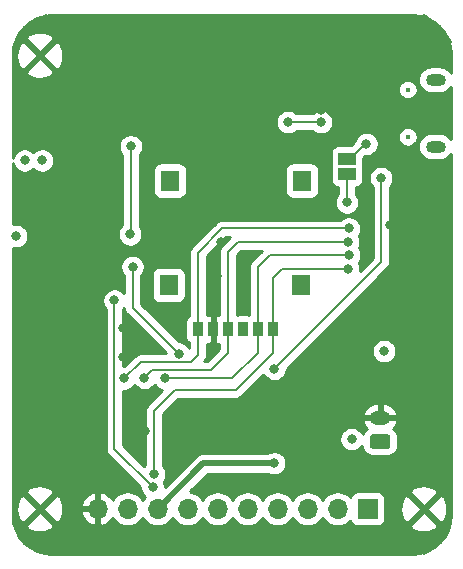
<source format=gbl>
G04 #@! TF.GenerationSoftware,KiCad,Pcbnew,(5.1.4-0)*
G04 #@! TF.CreationDate,2021-09-04T15:45:48+08:00*
G04 #@! TF.ProjectId,SIM7080,53494d37-3038-4302-9e6b-696361645f70,V1.2*
G04 #@! TF.SameCoordinates,Original*
G04 #@! TF.FileFunction,Copper,L4,Bot*
G04 #@! TF.FilePolarity,Positive*
%FSLAX46Y46*%
G04 Gerber Fmt 4.6, Leading zero omitted, Abs format (unit mm)*
G04 Created by KiCad (PCBNEW (5.1.4-0)) date 2021-09-04 15:45:48*
%MOMM*%
%LPD*%
G04 APERTURE LIST*
%ADD10O,1.700000X1.000000*%
%ADD11C,0.400000*%
%ADD12R,1.600000X1.800000*%
%ADD13R,0.900000X1.200000*%
%ADD14C,0.100000*%
%ADD15C,1.200000*%
%ADD16O,1.750000X1.200000*%
%ADD17R,1.700000X1.700000*%
%ADD18O,1.700000X1.700000*%
%ADD19R,1.500000X1.000000*%
%ADD20C,0.800000*%
%ADD21C,0.200000*%
%ADD22C,0.500000*%
%ADD23C,0.254000*%
G04 APERTURE END LIST*
D10*
X172000000Y-76175000D03*
X172000000Y-81825000D03*
D11*
X169650000Y-81000000D03*
X169650000Y-77000000D03*
D12*
X149400000Y-93550000D03*
X149500000Y-84700000D03*
X160600000Y-93550000D03*
X160700000Y-84700000D03*
D13*
X151890000Y-97280000D03*
X153160000Y-97280000D03*
X154430000Y-97280000D03*
X155700000Y-97280000D03*
X156970000Y-97280000D03*
X158240000Y-97280000D03*
D14*
G36*
X167949505Y-106201204D02*
G01*
X167973773Y-106204804D01*
X167997572Y-106210765D01*
X168020671Y-106219030D01*
X168042850Y-106229520D01*
X168063893Y-106242132D01*
X168083599Y-106256747D01*
X168101777Y-106273223D01*
X168118253Y-106291401D01*
X168132868Y-106311107D01*
X168145480Y-106332150D01*
X168155970Y-106354329D01*
X168164235Y-106377428D01*
X168170196Y-106401227D01*
X168173796Y-106425495D01*
X168175000Y-106449999D01*
X168175000Y-107150001D01*
X168173796Y-107174505D01*
X168170196Y-107198773D01*
X168164235Y-107222572D01*
X168155970Y-107245671D01*
X168145480Y-107267850D01*
X168132868Y-107288893D01*
X168118253Y-107308599D01*
X168101777Y-107326777D01*
X168083599Y-107343253D01*
X168063893Y-107357868D01*
X168042850Y-107370480D01*
X168020671Y-107380970D01*
X167997572Y-107389235D01*
X167973773Y-107395196D01*
X167949505Y-107398796D01*
X167925001Y-107400000D01*
X166674999Y-107400000D01*
X166650495Y-107398796D01*
X166626227Y-107395196D01*
X166602428Y-107389235D01*
X166579329Y-107380970D01*
X166557150Y-107370480D01*
X166536107Y-107357868D01*
X166516401Y-107343253D01*
X166498223Y-107326777D01*
X166481747Y-107308599D01*
X166467132Y-107288893D01*
X166454520Y-107267850D01*
X166444030Y-107245671D01*
X166435765Y-107222572D01*
X166429804Y-107198773D01*
X166426204Y-107174505D01*
X166425000Y-107150001D01*
X166425000Y-106449999D01*
X166426204Y-106425495D01*
X166429804Y-106401227D01*
X166435765Y-106377428D01*
X166444030Y-106354329D01*
X166454520Y-106332150D01*
X166467132Y-106311107D01*
X166481747Y-106291401D01*
X166498223Y-106273223D01*
X166516401Y-106256747D01*
X166536107Y-106242132D01*
X166557150Y-106229520D01*
X166579329Y-106219030D01*
X166602428Y-106210765D01*
X166626227Y-106204804D01*
X166650495Y-106201204D01*
X166674999Y-106200000D01*
X167925001Y-106200000D01*
X167949505Y-106201204D01*
X167949505Y-106201204D01*
G37*
D15*
X167300000Y-106800000D03*
D16*
X167300000Y-104800000D03*
D17*
X166250000Y-112500000D03*
D18*
X163710000Y-112500000D03*
X161170000Y-112500000D03*
X158630000Y-112500000D03*
X156090000Y-112500000D03*
X153550000Y-112500000D03*
X151010000Y-112500000D03*
X148470000Y-112500000D03*
X145930000Y-112500000D03*
X143390000Y-112500000D03*
D19*
X164500000Y-82850000D03*
X164500000Y-84150000D03*
D20*
X160200000Y-87050000D03*
X156950000Y-87100000D03*
X153850000Y-89900000D03*
X140500000Y-92200000D03*
X138300000Y-107200000D03*
X144100000Y-108800000D03*
X171700000Y-90000000D03*
X162300000Y-78700000D03*
X167850000Y-76700000D03*
X171000000Y-78900000D03*
X151500000Y-104350000D03*
X168150000Y-88500000D03*
X169700000Y-84300000D03*
X140550000Y-95950000D03*
X146700000Y-97650000D03*
X148800000Y-95450000D03*
X149900000Y-96800000D03*
X148000000Y-98850000D03*
X146700000Y-99150000D03*
X141400000Y-99300000D03*
X141400000Y-97550000D03*
X139750000Y-96950000D03*
X139800000Y-99900000D03*
X147400000Y-105900000D03*
X153500000Y-87000000D03*
X153500000Y-92800000D03*
X155700000Y-92800000D03*
X145550000Y-97200000D03*
X145550000Y-99600000D03*
X143450000Y-97200000D03*
X153250000Y-76550000D03*
X153250000Y-78300000D03*
X150700000Y-78400000D03*
X150700000Y-76550000D03*
X150650000Y-74800000D03*
X149700000Y-73850000D03*
X154300000Y-73850000D03*
X154850000Y-71850000D03*
X149100000Y-71950000D03*
X150700000Y-80300000D03*
X155000000Y-80350000D03*
X171000000Y-71000000D03*
X173000000Y-73000000D03*
X166000000Y-71000000D03*
X161000000Y-71000000D03*
X156000000Y-71000000D03*
X148000000Y-71000000D03*
X143000000Y-71000000D03*
X139000000Y-71000000D03*
X137000000Y-79000000D03*
X139000000Y-79000000D03*
X143000000Y-79000000D03*
X143000000Y-76000000D03*
X145500000Y-73500000D03*
X145500000Y-77500000D03*
X148000000Y-79000000D03*
X148000000Y-76000000D03*
X156000000Y-76000000D03*
X161000000Y-76000000D03*
X141000000Y-77500000D03*
X158500000Y-73500000D03*
X158500000Y-78000000D03*
X156000000Y-79500000D03*
X141000000Y-82000000D03*
X148000000Y-83500000D03*
X144000000Y-88500000D03*
X173000000Y-107000000D03*
X171000000Y-116000000D03*
X166000000Y-116000000D03*
X161000000Y-116000000D03*
X156000000Y-116000000D03*
X151000000Y-116000000D03*
X146000000Y-116000000D03*
X141000000Y-116000000D03*
X141000000Y-112500000D03*
X168500000Y-112500000D03*
X168500000Y-109000000D03*
X171000000Y-109000000D03*
X170000000Y-103500000D03*
X154000000Y-107000000D03*
X140500000Y-104500000D03*
X166000000Y-97000000D03*
X150250000Y-99350000D03*
X146350000Y-92000000D03*
X158350000Y-100650000D03*
X167400000Y-84500000D03*
X144800000Y-94850000D03*
X148050000Y-110650000D03*
X146200000Y-81800000D03*
X146150000Y-89250000D03*
X164600000Y-92150000D03*
X148150000Y-109550000D03*
X166150000Y-81600000D03*
X164500000Y-86550000D03*
X136500000Y-89400000D03*
X137200000Y-83000000D03*
X138700000Y-83000000D03*
X164900000Y-106600000D03*
X167650000Y-99150000D03*
X145650000Y-101450000D03*
X164650000Y-88750000D03*
X158337500Y-108637500D03*
X164650000Y-91000000D03*
X149100000Y-101450000D03*
X164600000Y-89900000D03*
X147350000Y-101400000D03*
X159500000Y-79750000D03*
X162300000Y-79750000D03*
D21*
X146350000Y-95450000D02*
X150250000Y-99350000D01*
X146350000Y-92000000D02*
X146350000Y-95450000D01*
X167400000Y-91600000D02*
X167400000Y-90685698D01*
X167400000Y-90685698D02*
X167400000Y-84500000D01*
X158350000Y-100650000D02*
X167400000Y-91600000D01*
X144800000Y-107400000D02*
X148050000Y-110650000D01*
X144800000Y-94850000D02*
X144800000Y-107400000D01*
X146200000Y-89200000D02*
X146150000Y-89250000D01*
X146200000Y-81800000D02*
X146200000Y-89200000D01*
X148150000Y-104200000D02*
X149900000Y-102450000D01*
X148150000Y-109550000D02*
X148150000Y-104200000D01*
X158240000Y-97680000D02*
X158240000Y-98480000D01*
X158240000Y-92910000D02*
X158240000Y-94960000D01*
X164600000Y-92150000D02*
X159000000Y-92150000D01*
X158240000Y-94960000D02*
X158240000Y-97680000D01*
X159000000Y-92150000D02*
X158240000Y-92910000D01*
X158240000Y-94869998D02*
X158240000Y-94960000D01*
X158240000Y-99280000D02*
X158240000Y-98480000D01*
X155070000Y-102450000D02*
X158240000Y-99280000D01*
X149900000Y-102450000D02*
X155070000Y-102450000D01*
X166000000Y-81600000D02*
X166150000Y-81600000D01*
X164750000Y-82850000D02*
X166000000Y-81600000D01*
X164500000Y-82850000D02*
X164750000Y-82850000D01*
X164500000Y-84150000D02*
X164500000Y-86550000D01*
X145650000Y-101450000D02*
X147050000Y-100050000D01*
X151890000Y-90810000D02*
X151890000Y-98480000D01*
X153950000Y-88750000D02*
X151890000Y-90810000D01*
X164650000Y-88750000D02*
X153950000Y-88750000D01*
X148250000Y-100050000D02*
X151300000Y-100050000D01*
X147050000Y-100050000D02*
X148250000Y-100050000D01*
X148250000Y-100050000D02*
X148370000Y-100050000D01*
X151890000Y-99460000D02*
X151890000Y-98480000D01*
X151300000Y-100050000D02*
X151890000Y-99460000D01*
D22*
X152332500Y-108637500D02*
X148470000Y-112500000D01*
X158337500Y-108637500D02*
X152332500Y-108637500D01*
D21*
X156970000Y-97680000D02*
X156970000Y-98480000D01*
X156970000Y-91980000D02*
X156970000Y-95770000D01*
X157950000Y-91000000D02*
X156970000Y-91980000D01*
X164650000Y-91000000D02*
X157950000Y-91000000D01*
X156970000Y-95770000D02*
X156970000Y-97680000D01*
X156970000Y-95574299D02*
X156970000Y-95770000D01*
X156970000Y-99280000D02*
X156970000Y-98480000D01*
X154800000Y-101450000D02*
X156970000Y-99280000D01*
X149100000Y-101450000D02*
X154800000Y-101450000D01*
X148000001Y-100749999D02*
X147350000Y-101400000D01*
X154430000Y-90720000D02*
X154430000Y-98480000D01*
X155250000Y-89900000D02*
X154430000Y-90720000D01*
X164600000Y-89900000D02*
X155250000Y-89900000D01*
X154430000Y-99280000D02*
X154430000Y-98480000D01*
X152960001Y-100749999D02*
X154430000Y-99280000D01*
X148000001Y-100749999D02*
X152960001Y-100749999D01*
X159500000Y-79750000D02*
X162300000Y-79750000D01*
D23*
G36*
X170643248Y-70751356D02*
G01*
X171261998Y-70938168D01*
X171832675Y-71241602D01*
X172333548Y-71650104D01*
X172745536Y-72148112D01*
X173052948Y-72716658D01*
X173244075Y-73334090D01*
X173315000Y-74008894D01*
X173315000Y-75572651D01*
X173298284Y-75541377D01*
X173156449Y-75368551D01*
X172983623Y-75226716D01*
X172786447Y-75121324D01*
X172572499Y-75056423D01*
X172405752Y-75040000D01*
X171594248Y-75040000D01*
X171427501Y-75056423D01*
X171213553Y-75121324D01*
X171016377Y-75226716D01*
X170843551Y-75368551D01*
X170701716Y-75541377D01*
X170596324Y-75738553D01*
X170531423Y-75952501D01*
X170509509Y-76175000D01*
X170531423Y-76397499D01*
X170596324Y-76611447D01*
X170701716Y-76808623D01*
X170843551Y-76981449D01*
X171016377Y-77123284D01*
X171213553Y-77228676D01*
X171427501Y-77293577D01*
X171594248Y-77310000D01*
X172405752Y-77310000D01*
X172572499Y-77293577D01*
X172786447Y-77228676D01*
X172983623Y-77123284D01*
X173156449Y-76981449D01*
X173298284Y-76808623D01*
X173315000Y-76777349D01*
X173315000Y-81222651D01*
X173298284Y-81191377D01*
X173156449Y-81018551D01*
X172983623Y-80876716D01*
X172786447Y-80771324D01*
X172572499Y-80706423D01*
X172405752Y-80690000D01*
X171594248Y-80690000D01*
X171427501Y-80706423D01*
X171213553Y-80771324D01*
X171016377Y-80876716D01*
X170843551Y-81018551D01*
X170701716Y-81191377D01*
X170596324Y-81388553D01*
X170531423Y-81602501D01*
X170509509Y-81825000D01*
X170531423Y-82047499D01*
X170596324Y-82261447D01*
X170701716Y-82458623D01*
X170843551Y-82631449D01*
X171016377Y-82773284D01*
X171213553Y-82878676D01*
X171427501Y-82943577D01*
X171594248Y-82960000D01*
X172405752Y-82960000D01*
X172572499Y-82943577D01*
X172786447Y-82878676D01*
X172983623Y-82773284D01*
X173156449Y-82631449D01*
X173298284Y-82458623D01*
X173315000Y-82427349D01*
X173315001Y-112966486D01*
X173248644Y-113643248D01*
X173061833Y-114261996D01*
X172758398Y-114832675D01*
X172349896Y-115333548D01*
X171851888Y-115745536D01*
X171283342Y-116052948D01*
X170665909Y-116244075D01*
X169991107Y-116315000D01*
X139533504Y-116315000D01*
X138856752Y-116248644D01*
X138238004Y-116061833D01*
X137667325Y-115758398D01*
X137166452Y-115349896D01*
X136754464Y-114851888D01*
X136447052Y-114283342D01*
X136323695Y-113884838D01*
X137294767Y-113884838D01*
X137432724Y-114185044D01*
X137781967Y-114360882D01*
X138158804Y-114465207D01*
X138548753Y-114494009D01*
X138936828Y-114446184D01*
X139308116Y-114323568D01*
X139567276Y-114185044D01*
X139705233Y-113884838D01*
X138500000Y-112679605D01*
X137294767Y-113884838D01*
X136323695Y-113884838D01*
X136255925Y-113665909D01*
X136185000Y-112991107D01*
X136185000Y-112548753D01*
X136505991Y-112548753D01*
X136553816Y-112936828D01*
X136676432Y-113308116D01*
X136814956Y-113567276D01*
X137115162Y-113705233D01*
X138320395Y-112500000D01*
X138679605Y-112500000D01*
X139884838Y-113705233D01*
X140185044Y-113567276D01*
X140360882Y-113218033D01*
X140460861Y-112856891D01*
X141948519Y-112856891D01*
X142045843Y-113131252D01*
X142194822Y-113381355D01*
X142389731Y-113597588D01*
X142623080Y-113771641D01*
X142885901Y-113896825D01*
X143033110Y-113941476D01*
X143263000Y-113820155D01*
X143263000Y-112627000D01*
X142069186Y-112627000D01*
X141948519Y-112856891D01*
X140460861Y-112856891D01*
X140465207Y-112841196D01*
X140494009Y-112451247D01*
X140456036Y-112143109D01*
X141948519Y-112143109D01*
X142069186Y-112373000D01*
X143263000Y-112373000D01*
X143263000Y-111179845D01*
X143517000Y-111179845D01*
X143517000Y-112373000D01*
X143537000Y-112373000D01*
X143537000Y-112627000D01*
X143517000Y-112627000D01*
X143517000Y-113820155D01*
X143746890Y-113941476D01*
X143894099Y-113896825D01*
X144156920Y-113771641D01*
X144390269Y-113597588D01*
X144585178Y-113381355D01*
X144654799Y-113264477D01*
X144689294Y-113329014D01*
X144874866Y-113555134D01*
X145100986Y-113740706D01*
X145358966Y-113878599D01*
X145638889Y-113963513D01*
X145857050Y-113985000D01*
X146002950Y-113985000D01*
X146221111Y-113963513D01*
X146501034Y-113878599D01*
X146759014Y-113740706D01*
X146985134Y-113555134D01*
X147170706Y-113329014D01*
X147200000Y-113274209D01*
X147229294Y-113329014D01*
X147414866Y-113555134D01*
X147640986Y-113740706D01*
X147898966Y-113878599D01*
X148178889Y-113963513D01*
X148397050Y-113985000D01*
X148542950Y-113985000D01*
X148761111Y-113963513D01*
X149041034Y-113878599D01*
X149299014Y-113740706D01*
X149525134Y-113555134D01*
X149710706Y-113329014D01*
X149740000Y-113274209D01*
X149769294Y-113329014D01*
X149954866Y-113555134D01*
X150180986Y-113740706D01*
X150438966Y-113878599D01*
X150718889Y-113963513D01*
X150937050Y-113985000D01*
X151082950Y-113985000D01*
X151301111Y-113963513D01*
X151581034Y-113878599D01*
X151839014Y-113740706D01*
X152065134Y-113555134D01*
X152250706Y-113329014D01*
X152280000Y-113274209D01*
X152309294Y-113329014D01*
X152494866Y-113555134D01*
X152720986Y-113740706D01*
X152978966Y-113878599D01*
X153258889Y-113963513D01*
X153477050Y-113985000D01*
X153622950Y-113985000D01*
X153841111Y-113963513D01*
X154121034Y-113878599D01*
X154379014Y-113740706D01*
X154605134Y-113555134D01*
X154790706Y-113329014D01*
X154820000Y-113274209D01*
X154849294Y-113329014D01*
X155034866Y-113555134D01*
X155260986Y-113740706D01*
X155518966Y-113878599D01*
X155798889Y-113963513D01*
X156017050Y-113985000D01*
X156162950Y-113985000D01*
X156381111Y-113963513D01*
X156661034Y-113878599D01*
X156919014Y-113740706D01*
X157145134Y-113555134D01*
X157330706Y-113329014D01*
X157360000Y-113274209D01*
X157389294Y-113329014D01*
X157574866Y-113555134D01*
X157800986Y-113740706D01*
X158058966Y-113878599D01*
X158338889Y-113963513D01*
X158557050Y-113985000D01*
X158702950Y-113985000D01*
X158921111Y-113963513D01*
X159201034Y-113878599D01*
X159459014Y-113740706D01*
X159685134Y-113555134D01*
X159870706Y-113329014D01*
X159900000Y-113274209D01*
X159929294Y-113329014D01*
X160114866Y-113555134D01*
X160340986Y-113740706D01*
X160598966Y-113878599D01*
X160878889Y-113963513D01*
X161097050Y-113985000D01*
X161242950Y-113985000D01*
X161461111Y-113963513D01*
X161741034Y-113878599D01*
X161999014Y-113740706D01*
X162225134Y-113555134D01*
X162410706Y-113329014D01*
X162440000Y-113274209D01*
X162469294Y-113329014D01*
X162654866Y-113555134D01*
X162880986Y-113740706D01*
X163138966Y-113878599D01*
X163418889Y-113963513D01*
X163637050Y-113985000D01*
X163782950Y-113985000D01*
X164001111Y-113963513D01*
X164281034Y-113878599D01*
X164539014Y-113740706D01*
X164765134Y-113555134D01*
X164789607Y-113525313D01*
X164810498Y-113594180D01*
X164869463Y-113704494D01*
X164948815Y-113801185D01*
X165045506Y-113880537D01*
X165155820Y-113939502D01*
X165275518Y-113975812D01*
X165400000Y-113988072D01*
X167100000Y-113988072D01*
X167224482Y-113975812D01*
X167344180Y-113939502D01*
X167446447Y-113884838D01*
X169794767Y-113884838D01*
X169932724Y-114185044D01*
X170281967Y-114360882D01*
X170658804Y-114465207D01*
X171048753Y-114494009D01*
X171436828Y-114446184D01*
X171808116Y-114323568D01*
X172067276Y-114185044D01*
X172205233Y-113884838D01*
X171000000Y-112679605D01*
X169794767Y-113884838D01*
X167446447Y-113884838D01*
X167454494Y-113880537D01*
X167551185Y-113801185D01*
X167630537Y-113704494D01*
X167689502Y-113594180D01*
X167725812Y-113474482D01*
X167738072Y-113350000D01*
X167738072Y-112548753D01*
X169005991Y-112548753D01*
X169053816Y-112936828D01*
X169176432Y-113308116D01*
X169314956Y-113567276D01*
X169615162Y-113705233D01*
X170820395Y-112500000D01*
X171179605Y-112500000D01*
X172384838Y-113705233D01*
X172685044Y-113567276D01*
X172860882Y-113218033D01*
X172965207Y-112841196D01*
X172994009Y-112451247D01*
X172946184Y-112063172D01*
X172823568Y-111691884D01*
X172685044Y-111432724D01*
X172384838Y-111294767D01*
X171179605Y-112500000D01*
X170820395Y-112500000D01*
X169615162Y-111294767D01*
X169314956Y-111432724D01*
X169139118Y-111781967D01*
X169034793Y-112158804D01*
X169005991Y-112548753D01*
X167738072Y-112548753D01*
X167738072Y-111650000D01*
X167725812Y-111525518D01*
X167689502Y-111405820D01*
X167630537Y-111295506D01*
X167551185Y-111198815D01*
X167454494Y-111119463D01*
X167446448Y-111115162D01*
X169794767Y-111115162D01*
X171000000Y-112320395D01*
X172205233Y-111115162D01*
X172067276Y-110814956D01*
X171718033Y-110639118D01*
X171341196Y-110534793D01*
X170951247Y-110505991D01*
X170563172Y-110553816D01*
X170191884Y-110676432D01*
X169932724Y-110814956D01*
X169794767Y-111115162D01*
X167446448Y-111115162D01*
X167344180Y-111060498D01*
X167224482Y-111024188D01*
X167100000Y-111011928D01*
X165400000Y-111011928D01*
X165275518Y-111024188D01*
X165155820Y-111060498D01*
X165045506Y-111119463D01*
X164948815Y-111198815D01*
X164869463Y-111295506D01*
X164810498Y-111405820D01*
X164789607Y-111474687D01*
X164765134Y-111444866D01*
X164539014Y-111259294D01*
X164281034Y-111121401D01*
X164001111Y-111036487D01*
X163782950Y-111015000D01*
X163637050Y-111015000D01*
X163418889Y-111036487D01*
X163138966Y-111121401D01*
X162880986Y-111259294D01*
X162654866Y-111444866D01*
X162469294Y-111670986D01*
X162440000Y-111725791D01*
X162410706Y-111670986D01*
X162225134Y-111444866D01*
X161999014Y-111259294D01*
X161741034Y-111121401D01*
X161461111Y-111036487D01*
X161242950Y-111015000D01*
X161097050Y-111015000D01*
X160878889Y-111036487D01*
X160598966Y-111121401D01*
X160340986Y-111259294D01*
X160114866Y-111444866D01*
X159929294Y-111670986D01*
X159900000Y-111725791D01*
X159870706Y-111670986D01*
X159685134Y-111444866D01*
X159459014Y-111259294D01*
X159201034Y-111121401D01*
X158921111Y-111036487D01*
X158702950Y-111015000D01*
X158557050Y-111015000D01*
X158338889Y-111036487D01*
X158058966Y-111121401D01*
X157800986Y-111259294D01*
X157574866Y-111444866D01*
X157389294Y-111670986D01*
X157360000Y-111725791D01*
X157330706Y-111670986D01*
X157145134Y-111444866D01*
X156919014Y-111259294D01*
X156661034Y-111121401D01*
X156381111Y-111036487D01*
X156162950Y-111015000D01*
X156017050Y-111015000D01*
X155798889Y-111036487D01*
X155518966Y-111121401D01*
X155260986Y-111259294D01*
X155034866Y-111444866D01*
X154849294Y-111670986D01*
X154820000Y-111725791D01*
X154790706Y-111670986D01*
X154605134Y-111444866D01*
X154379014Y-111259294D01*
X154121034Y-111121401D01*
X153841111Y-111036487D01*
X153622950Y-111015000D01*
X153477050Y-111015000D01*
X153258889Y-111036487D01*
X152978966Y-111121401D01*
X152720986Y-111259294D01*
X152494866Y-111444866D01*
X152309294Y-111670986D01*
X152280000Y-111725791D01*
X152250706Y-111670986D01*
X152065134Y-111444866D01*
X151839014Y-111259294D01*
X151581034Y-111121401D01*
X151301111Y-111036487D01*
X151195494Y-111026085D01*
X152699079Y-109522500D01*
X157799046Y-109522500D01*
X157847244Y-109554705D01*
X158035602Y-109632726D01*
X158235561Y-109672500D01*
X158439439Y-109672500D01*
X158639398Y-109632726D01*
X158827756Y-109554705D01*
X158997274Y-109441437D01*
X159141437Y-109297274D01*
X159254705Y-109127756D01*
X159332726Y-108939398D01*
X159372500Y-108739439D01*
X159372500Y-108535561D01*
X159332726Y-108335602D01*
X159254705Y-108147244D01*
X159141437Y-107977726D01*
X158997274Y-107833563D01*
X158827756Y-107720295D01*
X158639398Y-107642274D01*
X158439439Y-107602500D01*
X158235561Y-107602500D01*
X158035602Y-107642274D01*
X157847244Y-107720295D01*
X157799046Y-107752500D01*
X152375969Y-107752500D01*
X152332500Y-107748219D01*
X152289031Y-107752500D01*
X152289023Y-107752500D01*
X152159010Y-107765305D01*
X151992187Y-107815911D01*
X151856559Y-107888405D01*
X151838441Y-107898089D01*
X151737453Y-107980968D01*
X151737451Y-107980970D01*
X151703683Y-108008683D01*
X151675970Y-108042451D01*
X149085000Y-110633422D01*
X149085000Y-110548061D01*
X149045226Y-110348102D01*
X148974920Y-110178370D01*
X149067205Y-110040256D01*
X149145226Y-109851898D01*
X149185000Y-109651939D01*
X149185000Y-109448061D01*
X149145226Y-109248102D01*
X149067205Y-109059744D01*
X148953937Y-108890226D01*
X148885000Y-108821289D01*
X148885000Y-106498061D01*
X163865000Y-106498061D01*
X163865000Y-106701939D01*
X163904774Y-106901898D01*
X163982795Y-107090256D01*
X164096063Y-107259774D01*
X164240226Y-107403937D01*
X164409744Y-107517205D01*
X164598102Y-107595226D01*
X164798061Y-107635000D01*
X165001939Y-107635000D01*
X165201898Y-107595226D01*
X165390256Y-107517205D01*
X165559774Y-107403937D01*
X165703937Y-107259774D01*
X165786928Y-107135569D01*
X165786928Y-107150001D01*
X165803992Y-107323255D01*
X165854528Y-107489851D01*
X165936595Y-107643387D01*
X166047038Y-107777962D01*
X166181613Y-107888405D01*
X166335149Y-107970472D01*
X166501745Y-108021008D01*
X166674999Y-108038072D01*
X167925001Y-108038072D01*
X168098255Y-108021008D01*
X168264851Y-107970472D01*
X168418387Y-107888405D01*
X168552962Y-107777962D01*
X168663405Y-107643387D01*
X168745472Y-107489851D01*
X168796008Y-107323255D01*
X168813072Y-107150001D01*
X168813072Y-106449999D01*
X168796008Y-106276745D01*
X168745472Y-106110149D01*
X168663405Y-105956613D01*
X168552962Y-105822038D01*
X168418387Y-105711595D01*
X168413594Y-105709033D01*
X168538078Y-105583474D01*
X168672421Y-105380533D01*
X168764591Y-105155282D01*
X168768462Y-105117609D01*
X168643731Y-104927000D01*
X167427000Y-104927000D01*
X167427000Y-104947000D01*
X167173000Y-104947000D01*
X167173000Y-104927000D01*
X165956269Y-104927000D01*
X165831538Y-105117609D01*
X165835409Y-105155282D01*
X165927579Y-105380533D01*
X166061922Y-105583474D01*
X166186406Y-105709033D01*
X166181613Y-105711595D01*
X166047038Y-105822038D01*
X165936595Y-105956613D01*
X165854528Y-106110149D01*
X165838821Y-106161929D01*
X165817205Y-106109744D01*
X165703937Y-105940226D01*
X165559774Y-105796063D01*
X165390256Y-105682795D01*
X165201898Y-105604774D01*
X165001939Y-105565000D01*
X164798061Y-105565000D01*
X164598102Y-105604774D01*
X164409744Y-105682795D01*
X164240226Y-105796063D01*
X164096063Y-105940226D01*
X163982795Y-106109744D01*
X163904774Y-106298102D01*
X163865000Y-106498061D01*
X148885000Y-106498061D01*
X148885000Y-104504446D01*
X148907055Y-104482391D01*
X165831538Y-104482391D01*
X165956269Y-104673000D01*
X167173000Y-104673000D01*
X167173000Y-103565000D01*
X167427000Y-103565000D01*
X167427000Y-104673000D01*
X168643731Y-104673000D01*
X168768462Y-104482391D01*
X168764591Y-104444718D01*
X168672421Y-104219467D01*
X168538078Y-104016526D01*
X168366725Y-103843693D01*
X168164946Y-103707610D01*
X167940496Y-103613507D01*
X167702000Y-103565000D01*
X167427000Y-103565000D01*
X167173000Y-103565000D01*
X166898000Y-103565000D01*
X166659504Y-103613507D01*
X166435054Y-103707610D01*
X166233275Y-103843693D01*
X166061922Y-104016526D01*
X165927579Y-104219467D01*
X165835409Y-104444718D01*
X165831538Y-104482391D01*
X148907055Y-104482391D01*
X150204447Y-103185000D01*
X155033895Y-103185000D01*
X155070000Y-103188556D01*
X155106105Y-103185000D01*
X155214085Y-103174365D01*
X155352633Y-103132337D01*
X155480320Y-103064087D01*
X155592238Y-102972238D01*
X155615259Y-102944187D01*
X157428810Y-101130636D01*
X157432795Y-101140256D01*
X157546063Y-101309774D01*
X157690226Y-101453937D01*
X157859744Y-101567205D01*
X158048102Y-101645226D01*
X158248061Y-101685000D01*
X158451939Y-101685000D01*
X158651898Y-101645226D01*
X158840256Y-101567205D01*
X159009774Y-101453937D01*
X159153937Y-101309774D01*
X159267205Y-101140256D01*
X159345226Y-100951898D01*
X159385000Y-100751939D01*
X159385000Y-100654446D01*
X160991385Y-99048061D01*
X166615000Y-99048061D01*
X166615000Y-99251939D01*
X166654774Y-99451898D01*
X166732795Y-99640256D01*
X166846063Y-99809774D01*
X166990226Y-99953937D01*
X167159744Y-100067205D01*
X167348102Y-100145226D01*
X167548061Y-100185000D01*
X167751939Y-100185000D01*
X167951898Y-100145226D01*
X168140256Y-100067205D01*
X168309774Y-99953937D01*
X168453937Y-99809774D01*
X168567205Y-99640256D01*
X168645226Y-99451898D01*
X168685000Y-99251939D01*
X168685000Y-99048061D01*
X168645226Y-98848102D01*
X168567205Y-98659744D01*
X168453937Y-98490226D01*
X168309774Y-98346063D01*
X168140256Y-98232795D01*
X167951898Y-98154774D01*
X167751939Y-98115000D01*
X167548061Y-98115000D01*
X167348102Y-98154774D01*
X167159744Y-98232795D01*
X166990226Y-98346063D01*
X166846063Y-98490226D01*
X166732795Y-98659744D01*
X166654774Y-98848102D01*
X166615000Y-99048061D01*
X160991385Y-99048061D01*
X167894198Y-92145249D01*
X167922237Y-92122238D01*
X167945250Y-92094197D01*
X167945253Y-92094194D01*
X168014087Y-92010320D01*
X168082337Y-91882634D01*
X168124365Y-91744085D01*
X168138556Y-91600000D01*
X168135000Y-91563895D01*
X168135000Y-85228711D01*
X168203937Y-85159774D01*
X168317205Y-84990256D01*
X168395226Y-84801898D01*
X168435000Y-84601939D01*
X168435000Y-84398061D01*
X168395226Y-84198102D01*
X168317205Y-84009744D01*
X168203937Y-83840226D01*
X168059774Y-83696063D01*
X167890256Y-83582795D01*
X167701898Y-83504774D01*
X167501939Y-83465000D01*
X167298061Y-83465000D01*
X167098102Y-83504774D01*
X166909744Y-83582795D01*
X166740226Y-83696063D01*
X166596063Y-83840226D01*
X166482795Y-84009744D01*
X166404774Y-84198102D01*
X166365000Y-84398061D01*
X166365000Y-84601939D01*
X166404774Y-84801898D01*
X166482795Y-84990256D01*
X166596063Y-85159774D01*
X166665001Y-85228712D01*
X166665000Y-90649593D01*
X166665000Y-91295553D01*
X165616722Y-92343832D01*
X165635000Y-92251939D01*
X165635000Y-92048061D01*
X165595226Y-91848102D01*
X165517205Y-91659744D01*
X165485581Y-91612415D01*
X165567205Y-91490256D01*
X165645226Y-91301898D01*
X165685000Y-91101939D01*
X165685000Y-90898061D01*
X165645226Y-90698102D01*
X165567205Y-90509744D01*
X165502285Y-90412585D01*
X165517205Y-90390256D01*
X165595226Y-90201898D01*
X165635000Y-90001939D01*
X165635000Y-89798061D01*
X165595226Y-89598102D01*
X165517205Y-89409744D01*
X165485581Y-89362415D01*
X165567205Y-89240256D01*
X165645226Y-89051898D01*
X165685000Y-88851939D01*
X165685000Y-88648061D01*
X165645226Y-88448102D01*
X165567205Y-88259744D01*
X165453937Y-88090226D01*
X165309774Y-87946063D01*
X165140256Y-87832795D01*
X164951898Y-87754774D01*
X164751939Y-87715000D01*
X164548061Y-87715000D01*
X164348102Y-87754774D01*
X164159744Y-87832795D01*
X163990226Y-87946063D01*
X163921289Y-88015000D01*
X153986105Y-88015000D01*
X153950000Y-88011444D01*
X153913895Y-88015000D01*
X153805915Y-88025635D01*
X153667367Y-88067663D01*
X153539680Y-88135913D01*
X153427762Y-88227762D01*
X153404746Y-88255807D01*
X151395808Y-90264746D01*
X151367762Y-90287763D01*
X151275913Y-90399681D01*
X151207663Y-90527368D01*
X151188761Y-90589680D01*
X151165635Y-90665915D01*
X151151444Y-90810000D01*
X151155000Y-90846105D01*
X151155001Y-96112317D01*
X151085506Y-96149463D01*
X150988815Y-96228815D01*
X150909463Y-96325506D01*
X150850498Y-96435820D01*
X150814188Y-96555518D01*
X150801928Y-96680000D01*
X150801928Y-97880000D01*
X150814188Y-98004482D01*
X150850498Y-98124180D01*
X150909463Y-98234494D01*
X150988815Y-98331185D01*
X151085506Y-98410537D01*
X151155001Y-98447683D01*
X151155001Y-98841479D01*
X151053937Y-98690226D01*
X150909774Y-98546063D01*
X150740256Y-98432795D01*
X150551898Y-98354774D01*
X150351939Y-98315000D01*
X150254447Y-98315000D01*
X147085000Y-95145554D01*
X147085000Y-92728711D01*
X147153937Y-92659774D01*
X147160467Y-92650000D01*
X147961928Y-92650000D01*
X147961928Y-94450000D01*
X147974188Y-94574482D01*
X148010498Y-94694180D01*
X148069463Y-94804494D01*
X148148815Y-94901185D01*
X148245506Y-94980537D01*
X148355820Y-95039502D01*
X148475518Y-95075812D01*
X148600000Y-95088072D01*
X150200000Y-95088072D01*
X150324482Y-95075812D01*
X150444180Y-95039502D01*
X150554494Y-94980537D01*
X150651185Y-94901185D01*
X150730537Y-94804494D01*
X150789502Y-94694180D01*
X150825812Y-94574482D01*
X150838072Y-94450000D01*
X150838072Y-92650000D01*
X150825812Y-92525518D01*
X150789502Y-92405820D01*
X150730537Y-92295506D01*
X150651185Y-92198815D01*
X150554494Y-92119463D01*
X150444180Y-92060498D01*
X150324482Y-92024188D01*
X150200000Y-92011928D01*
X148600000Y-92011928D01*
X148475518Y-92024188D01*
X148355820Y-92060498D01*
X148245506Y-92119463D01*
X148148815Y-92198815D01*
X148069463Y-92295506D01*
X148010498Y-92405820D01*
X147974188Y-92525518D01*
X147961928Y-92650000D01*
X147160467Y-92650000D01*
X147267205Y-92490256D01*
X147345226Y-92301898D01*
X147385000Y-92101939D01*
X147385000Y-91898061D01*
X147345226Y-91698102D01*
X147267205Y-91509744D01*
X147153937Y-91340226D01*
X147009774Y-91196063D01*
X146840256Y-91082795D01*
X146651898Y-91004774D01*
X146451939Y-90965000D01*
X146248061Y-90965000D01*
X146048102Y-91004774D01*
X145859744Y-91082795D01*
X145690226Y-91196063D01*
X145546063Y-91340226D01*
X145432795Y-91509744D01*
X145354774Y-91698102D01*
X145315000Y-91898061D01*
X145315000Y-92101939D01*
X145354774Y-92301898D01*
X145432795Y-92490256D01*
X145546063Y-92659774D01*
X145615000Y-92728711D01*
X145615001Y-94206784D01*
X145603937Y-94190226D01*
X145459774Y-94046063D01*
X145290256Y-93932795D01*
X145101898Y-93854774D01*
X144901939Y-93815000D01*
X144698061Y-93815000D01*
X144498102Y-93854774D01*
X144309744Y-93932795D01*
X144140226Y-94046063D01*
X143996063Y-94190226D01*
X143882795Y-94359744D01*
X143804774Y-94548102D01*
X143765000Y-94748061D01*
X143765000Y-94951939D01*
X143804774Y-95151898D01*
X143882795Y-95340256D01*
X143996063Y-95509774D01*
X144065000Y-95578711D01*
X144065001Y-107363885D01*
X144061444Y-107400000D01*
X144075635Y-107544085D01*
X144105421Y-107642274D01*
X144117664Y-107682633D01*
X144185914Y-107810320D01*
X144277763Y-107922238D01*
X144305808Y-107945254D01*
X147015000Y-110654447D01*
X147015000Y-110751939D01*
X147054774Y-110951898D01*
X147132795Y-111140256D01*
X147246063Y-111309774D01*
X147390226Y-111453937D01*
X147401332Y-111461358D01*
X147229294Y-111670986D01*
X147200000Y-111725791D01*
X147170706Y-111670986D01*
X146985134Y-111444866D01*
X146759014Y-111259294D01*
X146501034Y-111121401D01*
X146221111Y-111036487D01*
X146002950Y-111015000D01*
X145857050Y-111015000D01*
X145638889Y-111036487D01*
X145358966Y-111121401D01*
X145100986Y-111259294D01*
X144874866Y-111444866D01*
X144689294Y-111670986D01*
X144654799Y-111735523D01*
X144585178Y-111618645D01*
X144390269Y-111402412D01*
X144156920Y-111228359D01*
X143894099Y-111103175D01*
X143746890Y-111058524D01*
X143517000Y-111179845D01*
X143263000Y-111179845D01*
X143033110Y-111058524D01*
X142885901Y-111103175D01*
X142623080Y-111228359D01*
X142389731Y-111402412D01*
X142194822Y-111618645D01*
X142045843Y-111868748D01*
X141948519Y-112143109D01*
X140456036Y-112143109D01*
X140446184Y-112063172D01*
X140323568Y-111691884D01*
X140185044Y-111432724D01*
X139884838Y-111294767D01*
X138679605Y-112500000D01*
X138320395Y-112500000D01*
X137115162Y-111294767D01*
X136814956Y-111432724D01*
X136639118Y-111781967D01*
X136534793Y-112158804D01*
X136505991Y-112548753D01*
X136185000Y-112548753D01*
X136185000Y-111115162D01*
X137294767Y-111115162D01*
X138500000Y-112320395D01*
X139705233Y-111115162D01*
X139567276Y-110814956D01*
X139218033Y-110639118D01*
X138841196Y-110534793D01*
X138451247Y-110505991D01*
X138063172Y-110553816D01*
X137691884Y-110676432D01*
X137432724Y-110814956D01*
X137294767Y-111115162D01*
X136185000Y-111115162D01*
X136185000Y-90389799D01*
X136198102Y-90395226D01*
X136398061Y-90435000D01*
X136601939Y-90435000D01*
X136801898Y-90395226D01*
X136990256Y-90317205D01*
X137159774Y-90203937D01*
X137303937Y-90059774D01*
X137417205Y-89890256D01*
X137495226Y-89701898D01*
X137535000Y-89501939D01*
X137535000Y-89298061D01*
X137505164Y-89148061D01*
X145115000Y-89148061D01*
X145115000Y-89351939D01*
X145154774Y-89551898D01*
X145232795Y-89740256D01*
X145346063Y-89909774D01*
X145490226Y-90053937D01*
X145659744Y-90167205D01*
X145848102Y-90245226D01*
X146048061Y-90285000D01*
X146251939Y-90285000D01*
X146451898Y-90245226D01*
X146640256Y-90167205D01*
X146809774Y-90053937D01*
X146953937Y-89909774D01*
X147067205Y-89740256D01*
X147145226Y-89551898D01*
X147185000Y-89351939D01*
X147185000Y-89148061D01*
X147145226Y-88948102D01*
X147067205Y-88759744D01*
X146953937Y-88590226D01*
X146935000Y-88571289D01*
X146935000Y-83800000D01*
X148061928Y-83800000D01*
X148061928Y-85600000D01*
X148074188Y-85724482D01*
X148110498Y-85844180D01*
X148169463Y-85954494D01*
X148248815Y-86051185D01*
X148345506Y-86130537D01*
X148455820Y-86189502D01*
X148575518Y-86225812D01*
X148700000Y-86238072D01*
X150300000Y-86238072D01*
X150424482Y-86225812D01*
X150544180Y-86189502D01*
X150654494Y-86130537D01*
X150751185Y-86051185D01*
X150830537Y-85954494D01*
X150889502Y-85844180D01*
X150925812Y-85724482D01*
X150938072Y-85600000D01*
X150938072Y-83800000D01*
X159261928Y-83800000D01*
X159261928Y-85600000D01*
X159274188Y-85724482D01*
X159310498Y-85844180D01*
X159369463Y-85954494D01*
X159448815Y-86051185D01*
X159545506Y-86130537D01*
X159655820Y-86189502D01*
X159775518Y-86225812D01*
X159900000Y-86238072D01*
X161500000Y-86238072D01*
X161624482Y-86225812D01*
X161744180Y-86189502D01*
X161854494Y-86130537D01*
X161951185Y-86051185D01*
X162030537Y-85954494D01*
X162089502Y-85844180D01*
X162125812Y-85724482D01*
X162138072Y-85600000D01*
X162138072Y-83800000D01*
X162125812Y-83675518D01*
X162089502Y-83555820D01*
X162030537Y-83445506D01*
X161951185Y-83348815D01*
X161854494Y-83269463D01*
X161744180Y-83210498D01*
X161624482Y-83174188D01*
X161500000Y-83161928D01*
X159900000Y-83161928D01*
X159775518Y-83174188D01*
X159655820Y-83210498D01*
X159545506Y-83269463D01*
X159448815Y-83348815D01*
X159369463Y-83445506D01*
X159310498Y-83555820D01*
X159274188Y-83675518D01*
X159261928Y-83800000D01*
X150938072Y-83800000D01*
X150925812Y-83675518D01*
X150889502Y-83555820D01*
X150830537Y-83445506D01*
X150751185Y-83348815D01*
X150654494Y-83269463D01*
X150544180Y-83210498D01*
X150424482Y-83174188D01*
X150300000Y-83161928D01*
X148700000Y-83161928D01*
X148575518Y-83174188D01*
X148455820Y-83210498D01*
X148345506Y-83269463D01*
X148248815Y-83348815D01*
X148169463Y-83445506D01*
X148110498Y-83555820D01*
X148074188Y-83675518D01*
X148061928Y-83800000D01*
X146935000Y-83800000D01*
X146935000Y-82528711D01*
X147003937Y-82459774D01*
X147077285Y-82350000D01*
X163111928Y-82350000D01*
X163111928Y-83350000D01*
X163124188Y-83474482D01*
X163131929Y-83500000D01*
X163124188Y-83525518D01*
X163111928Y-83650000D01*
X163111928Y-84650000D01*
X163124188Y-84774482D01*
X163160498Y-84894180D01*
X163219463Y-85004494D01*
X163298815Y-85101185D01*
X163395506Y-85180537D01*
X163505820Y-85239502D01*
X163625518Y-85275812D01*
X163750000Y-85288072D01*
X163765000Y-85288072D01*
X163765001Y-85821288D01*
X163696063Y-85890226D01*
X163582795Y-86059744D01*
X163504774Y-86248102D01*
X163465000Y-86448061D01*
X163465000Y-86651939D01*
X163504774Y-86851898D01*
X163582795Y-87040256D01*
X163696063Y-87209774D01*
X163840226Y-87353937D01*
X164009744Y-87467205D01*
X164198102Y-87545226D01*
X164398061Y-87585000D01*
X164601939Y-87585000D01*
X164801898Y-87545226D01*
X164990256Y-87467205D01*
X165159774Y-87353937D01*
X165303937Y-87209774D01*
X165417205Y-87040256D01*
X165495226Y-86851898D01*
X165535000Y-86651939D01*
X165535000Y-86448061D01*
X165495226Y-86248102D01*
X165417205Y-86059744D01*
X165303937Y-85890226D01*
X165235000Y-85821289D01*
X165235000Y-85288072D01*
X165250000Y-85288072D01*
X165374482Y-85275812D01*
X165494180Y-85239502D01*
X165604494Y-85180537D01*
X165701185Y-85101185D01*
X165780537Y-85004494D01*
X165839502Y-84894180D01*
X165875812Y-84774482D01*
X165888072Y-84650000D01*
X165888072Y-83650000D01*
X165875812Y-83525518D01*
X165868071Y-83500000D01*
X165875812Y-83474482D01*
X165888072Y-83350000D01*
X165888072Y-82751374D01*
X166011683Y-82627764D01*
X166048061Y-82635000D01*
X166251939Y-82635000D01*
X166451898Y-82595226D01*
X166640256Y-82517205D01*
X166809774Y-82403937D01*
X166953937Y-82259774D01*
X167067205Y-82090256D01*
X167145226Y-81901898D01*
X167185000Y-81701939D01*
X167185000Y-81498061D01*
X167145226Y-81298102D01*
X167067205Y-81109744D01*
X166953937Y-80940226D01*
X166931471Y-80917760D01*
X168815000Y-80917760D01*
X168815000Y-81082240D01*
X168847089Y-81243560D01*
X168910033Y-81395521D01*
X169001413Y-81532281D01*
X169117719Y-81648587D01*
X169254479Y-81739967D01*
X169406440Y-81802911D01*
X169567760Y-81835000D01*
X169732240Y-81835000D01*
X169893560Y-81802911D01*
X170045521Y-81739967D01*
X170182281Y-81648587D01*
X170298587Y-81532281D01*
X170389967Y-81395521D01*
X170452911Y-81243560D01*
X170485000Y-81082240D01*
X170485000Y-80917760D01*
X170452911Y-80756440D01*
X170389967Y-80604479D01*
X170298587Y-80467719D01*
X170182281Y-80351413D01*
X170045521Y-80260033D01*
X169893560Y-80197089D01*
X169732240Y-80165000D01*
X169567760Y-80165000D01*
X169406440Y-80197089D01*
X169254479Y-80260033D01*
X169117719Y-80351413D01*
X169001413Y-80467719D01*
X168910033Y-80604479D01*
X168847089Y-80756440D01*
X168815000Y-80917760D01*
X166931471Y-80917760D01*
X166809774Y-80796063D01*
X166640256Y-80682795D01*
X166451898Y-80604774D01*
X166251939Y-80565000D01*
X166048061Y-80565000D01*
X165848102Y-80604774D01*
X165659744Y-80682795D01*
X165490226Y-80796063D01*
X165346063Y-80940226D01*
X165232795Y-81109744D01*
X165154774Y-81298102D01*
X165128038Y-81432516D01*
X164848626Y-81711928D01*
X163750000Y-81711928D01*
X163625518Y-81724188D01*
X163505820Y-81760498D01*
X163395506Y-81819463D01*
X163298815Y-81898815D01*
X163219463Y-81995506D01*
X163160498Y-82105820D01*
X163124188Y-82225518D01*
X163111928Y-82350000D01*
X147077285Y-82350000D01*
X147117205Y-82290256D01*
X147195226Y-82101898D01*
X147235000Y-81901939D01*
X147235000Y-81698061D01*
X147195226Y-81498102D01*
X147117205Y-81309744D01*
X147003937Y-81140226D01*
X146859774Y-80996063D01*
X146690256Y-80882795D01*
X146501898Y-80804774D01*
X146301939Y-80765000D01*
X146098061Y-80765000D01*
X145898102Y-80804774D01*
X145709744Y-80882795D01*
X145540226Y-80996063D01*
X145396063Y-81140226D01*
X145282795Y-81309744D01*
X145204774Y-81498102D01*
X145165000Y-81698061D01*
X145165000Y-81901939D01*
X145204774Y-82101898D01*
X145282795Y-82290256D01*
X145396063Y-82459774D01*
X145465000Y-82528711D01*
X145465001Y-88471288D01*
X145346063Y-88590226D01*
X145232795Y-88759744D01*
X145154774Y-88948102D01*
X145115000Y-89148061D01*
X137505164Y-89148061D01*
X137495226Y-89098102D01*
X137417205Y-88909744D01*
X137303937Y-88740226D01*
X137159774Y-88596063D01*
X136990256Y-88482795D01*
X136801898Y-88404774D01*
X136601939Y-88365000D01*
X136398061Y-88365000D01*
X136198102Y-88404774D01*
X136185000Y-88410201D01*
X136185000Y-83202487D01*
X136204774Y-83301898D01*
X136282795Y-83490256D01*
X136396063Y-83659774D01*
X136540226Y-83803937D01*
X136709744Y-83917205D01*
X136898102Y-83995226D01*
X137098061Y-84035000D01*
X137301939Y-84035000D01*
X137501898Y-83995226D01*
X137690256Y-83917205D01*
X137859774Y-83803937D01*
X137950000Y-83713711D01*
X138040226Y-83803937D01*
X138209744Y-83917205D01*
X138398102Y-83995226D01*
X138598061Y-84035000D01*
X138801939Y-84035000D01*
X139001898Y-83995226D01*
X139190256Y-83917205D01*
X139359774Y-83803937D01*
X139503937Y-83659774D01*
X139617205Y-83490256D01*
X139695226Y-83301898D01*
X139735000Y-83101939D01*
X139735000Y-82898061D01*
X139695226Y-82698102D01*
X139617205Y-82509744D01*
X139503937Y-82340226D01*
X139359774Y-82196063D01*
X139190256Y-82082795D01*
X139001898Y-82004774D01*
X138801939Y-81965000D01*
X138598061Y-81965000D01*
X138398102Y-82004774D01*
X138209744Y-82082795D01*
X138040226Y-82196063D01*
X137950000Y-82286289D01*
X137859774Y-82196063D01*
X137690256Y-82082795D01*
X137501898Y-82004774D01*
X137301939Y-81965000D01*
X137098061Y-81965000D01*
X136898102Y-82004774D01*
X136709744Y-82082795D01*
X136540226Y-82196063D01*
X136396063Y-82340226D01*
X136282795Y-82509744D01*
X136204774Y-82698102D01*
X136185000Y-82797513D01*
X136185000Y-79648061D01*
X158465000Y-79648061D01*
X158465000Y-79851939D01*
X158504774Y-80051898D01*
X158582795Y-80240256D01*
X158696063Y-80409774D01*
X158840226Y-80553937D01*
X159009744Y-80667205D01*
X159198102Y-80745226D01*
X159398061Y-80785000D01*
X159601939Y-80785000D01*
X159801898Y-80745226D01*
X159990256Y-80667205D01*
X160159774Y-80553937D01*
X160228711Y-80485000D01*
X161571289Y-80485000D01*
X161640226Y-80553937D01*
X161809744Y-80667205D01*
X161998102Y-80745226D01*
X162198061Y-80785000D01*
X162401939Y-80785000D01*
X162601898Y-80745226D01*
X162790256Y-80667205D01*
X162959774Y-80553937D01*
X163103937Y-80409774D01*
X163217205Y-80240256D01*
X163295226Y-80051898D01*
X163335000Y-79851939D01*
X163335000Y-79648061D01*
X163295226Y-79448102D01*
X163217205Y-79259744D01*
X163103937Y-79090226D01*
X162959774Y-78946063D01*
X162790256Y-78832795D01*
X162601898Y-78754774D01*
X162401939Y-78715000D01*
X162198061Y-78715000D01*
X161998102Y-78754774D01*
X161809744Y-78832795D01*
X161640226Y-78946063D01*
X161571289Y-79015000D01*
X160228711Y-79015000D01*
X160159774Y-78946063D01*
X159990256Y-78832795D01*
X159801898Y-78754774D01*
X159601939Y-78715000D01*
X159398061Y-78715000D01*
X159198102Y-78754774D01*
X159009744Y-78832795D01*
X158840226Y-78946063D01*
X158696063Y-79090226D01*
X158582795Y-79259744D01*
X158504774Y-79448102D01*
X158465000Y-79648061D01*
X136185000Y-79648061D01*
X136185000Y-76917760D01*
X168815000Y-76917760D01*
X168815000Y-77082240D01*
X168847089Y-77243560D01*
X168910033Y-77395521D01*
X169001413Y-77532281D01*
X169117719Y-77648587D01*
X169254479Y-77739967D01*
X169406440Y-77802911D01*
X169567760Y-77835000D01*
X169732240Y-77835000D01*
X169893560Y-77802911D01*
X170045521Y-77739967D01*
X170182281Y-77648587D01*
X170298587Y-77532281D01*
X170389967Y-77395521D01*
X170452911Y-77243560D01*
X170485000Y-77082240D01*
X170485000Y-76917760D01*
X170452911Y-76756440D01*
X170389967Y-76604479D01*
X170298587Y-76467719D01*
X170182281Y-76351413D01*
X170045521Y-76260033D01*
X169893560Y-76197089D01*
X169732240Y-76165000D01*
X169567760Y-76165000D01*
X169406440Y-76197089D01*
X169254479Y-76260033D01*
X169117719Y-76351413D01*
X169001413Y-76467719D01*
X168910033Y-76604479D01*
X168847089Y-76756440D01*
X168815000Y-76917760D01*
X136185000Y-76917760D01*
X136185000Y-75484838D01*
X137294767Y-75484838D01*
X137432724Y-75785044D01*
X137781967Y-75960882D01*
X138158804Y-76065207D01*
X138548753Y-76094009D01*
X138936828Y-76046184D01*
X139308116Y-75923568D01*
X139567276Y-75785044D01*
X139705233Y-75484838D01*
X138500000Y-74279605D01*
X137294767Y-75484838D01*
X136185000Y-75484838D01*
X136185000Y-74148753D01*
X136505991Y-74148753D01*
X136553816Y-74536828D01*
X136676432Y-74908116D01*
X136814956Y-75167276D01*
X137115162Y-75305233D01*
X138320395Y-74100000D01*
X138679605Y-74100000D01*
X139884838Y-75305233D01*
X140185044Y-75167276D01*
X140360882Y-74818033D01*
X140465207Y-74441196D01*
X140494009Y-74051247D01*
X140446184Y-73663172D01*
X140323568Y-73291884D01*
X140185044Y-73032724D01*
X139884838Y-72894767D01*
X138679605Y-74100000D01*
X138320395Y-74100000D01*
X137115162Y-72894767D01*
X136814956Y-73032724D01*
X136639118Y-73381967D01*
X136534793Y-73758804D01*
X136505991Y-74148753D01*
X136185000Y-74148753D01*
X136185000Y-74033504D01*
X136251356Y-73356752D01*
X136438168Y-72738002D01*
X136450312Y-72715162D01*
X137294767Y-72715162D01*
X138500000Y-73920395D01*
X139705233Y-72715162D01*
X139567276Y-72414956D01*
X139218033Y-72239118D01*
X138841196Y-72134793D01*
X138451247Y-72105991D01*
X138063172Y-72153816D01*
X137691884Y-72276432D01*
X137432724Y-72414956D01*
X137294767Y-72715162D01*
X136450312Y-72715162D01*
X136741602Y-72167325D01*
X137150104Y-71666452D01*
X137648112Y-71254464D01*
X138216658Y-70947052D01*
X138834090Y-70755925D01*
X139508894Y-70685000D01*
X169966496Y-70685000D01*
X170643248Y-70751356D01*
X170643248Y-70751356D01*
G37*
X170643248Y-70751356D02*
X171261998Y-70938168D01*
X171832675Y-71241602D01*
X172333548Y-71650104D01*
X172745536Y-72148112D01*
X173052948Y-72716658D01*
X173244075Y-73334090D01*
X173315000Y-74008894D01*
X173315000Y-75572651D01*
X173298284Y-75541377D01*
X173156449Y-75368551D01*
X172983623Y-75226716D01*
X172786447Y-75121324D01*
X172572499Y-75056423D01*
X172405752Y-75040000D01*
X171594248Y-75040000D01*
X171427501Y-75056423D01*
X171213553Y-75121324D01*
X171016377Y-75226716D01*
X170843551Y-75368551D01*
X170701716Y-75541377D01*
X170596324Y-75738553D01*
X170531423Y-75952501D01*
X170509509Y-76175000D01*
X170531423Y-76397499D01*
X170596324Y-76611447D01*
X170701716Y-76808623D01*
X170843551Y-76981449D01*
X171016377Y-77123284D01*
X171213553Y-77228676D01*
X171427501Y-77293577D01*
X171594248Y-77310000D01*
X172405752Y-77310000D01*
X172572499Y-77293577D01*
X172786447Y-77228676D01*
X172983623Y-77123284D01*
X173156449Y-76981449D01*
X173298284Y-76808623D01*
X173315000Y-76777349D01*
X173315000Y-81222651D01*
X173298284Y-81191377D01*
X173156449Y-81018551D01*
X172983623Y-80876716D01*
X172786447Y-80771324D01*
X172572499Y-80706423D01*
X172405752Y-80690000D01*
X171594248Y-80690000D01*
X171427501Y-80706423D01*
X171213553Y-80771324D01*
X171016377Y-80876716D01*
X170843551Y-81018551D01*
X170701716Y-81191377D01*
X170596324Y-81388553D01*
X170531423Y-81602501D01*
X170509509Y-81825000D01*
X170531423Y-82047499D01*
X170596324Y-82261447D01*
X170701716Y-82458623D01*
X170843551Y-82631449D01*
X171016377Y-82773284D01*
X171213553Y-82878676D01*
X171427501Y-82943577D01*
X171594248Y-82960000D01*
X172405752Y-82960000D01*
X172572499Y-82943577D01*
X172786447Y-82878676D01*
X172983623Y-82773284D01*
X173156449Y-82631449D01*
X173298284Y-82458623D01*
X173315000Y-82427349D01*
X173315001Y-112966486D01*
X173248644Y-113643248D01*
X173061833Y-114261996D01*
X172758398Y-114832675D01*
X172349896Y-115333548D01*
X171851888Y-115745536D01*
X171283342Y-116052948D01*
X170665909Y-116244075D01*
X169991107Y-116315000D01*
X139533504Y-116315000D01*
X138856752Y-116248644D01*
X138238004Y-116061833D01*
X137667325Y-115758398D01*
X137166452Y-115349896D01*
X136754464Y-114851888D01*
X136447052Y-114283342D01*
X136323695Y-113884838D01*
X137294767Y-113884838D01*
X137432724Y-114185044D01*
X137781967Y-114360882D01*
X138158804Y-114465207D01*
X138548753Y-114494009D01*
X138936828Y-114446184D01*
X139308116Y-114323568D01*
X139567276Y-114185044D01*
X139705233Y-113884838D01*
X138500000Y-112679605D01*
X137294767Y-113884838D01*
X136323695Y-113884838D01*
X136255925Y-113665909D01*
X136185000Y-112991107D01*
X136185000Y-112548753D01*
X136505991Y-112548753D01*
X136553816Y-112936828D01*
X136676432Y-113308116D01*
X136814956Y-113567276D01*
X137115162Y-113705233D01*
X138320395Y-112500000D01*
X138679605Y-112500000D01*
X139884838Y-113705233D01*
X140185044Y-113567276D01*
X140360882Y-113218033D01*
X140460861Y-112856891D01*
X141948519Y-112856891D01*
X142045843Y-113131252D01*
X142194822Y-113381355D01*
X142389731Y-113597588D01*
X142623080Y-113771641D01*
X142885901Y-113896825D01*
X143033110Y-113941476D01*
X143263000Y-113820155D01*
X143263000Y-112627000D01*
X142069186Y-112627000D01*
X141948519Y-112856891D01*
X140460861Y-112856891D01*
X140465207Y-112841196D01*
X140494009Y-112451247D01*
X140456036Y-112143109D01*
X141948519Y-112143109D01*
X142069186Y-112373000D01*
X143263000Y-112373000D01*
X143263000Y-111179845D01*
X143517000Y-111179845D01*
X143517000Y-112373000D01*
X143537000Y-112373000D01*
X143537000Y-112627000D01*
X143517000Y-112627000D01*
X143517000Y-113820155D01*
X143746890Y-113941476D01*
X143894099Y-113896825D01*
X144156920Y-113771641D01*
X144390269Y-113597588D01*
X144585178Y-113381355D01*
X144654799Y-113264477D01*
X144689294Y-113329014D01*
X144874866Y-113555134D01*
X145100986Y-113740706D01*
X145358966Y-113878599D01*
X145638889Y-113963513D01*
X145857050Y-113985000D01*
X146002950Y-113985000D01*
X146221111Y-113963513D01*
X146501034Y-113878599D01*
X146759014Y-113740706D01*
X146985134Y-113555134D01*
X147170706Y-113329014D01*
X147200000Y-113274209D01*
X147229294Y-113329014D01*
X147414866Y-113555134D01*
X147640986Y-113740706D01*
X147898966Y-113878599D01*
X148178889Y-113963513D01*
X148397050Y-113985000D01*
X148542950Y-113985000D01*
X148761111Y-113963513D01*
X149041034Y-113878599D01*
X149299014Y-113740706D01*
X149525134Y-113555134D01*
X149710706Y-113329014D01*
X149740000Y-113274209D01*
X149769294Y-113329014D01*
X149954866Y-113555134D01*
X150180986Y-113740706D01*
X150438966Y-113878599D01*
X150718889Y-113963513D01*
X150937050Y-113985000D01*
X151082950Y-113985000D01*
X151301111Y-113963513D01*
X151581034Y-113878599D01*
X151839014Y-113740706D01*
X152065134Y-113555134D01*
X152250706Y-113329014D01*
X152280000Y-113274209D01*
X152309294Y-113329014D01*
X152494866Y-113555134D01*
X152720986Y-113740706D01*
X152978966Y-113878599D01*
X153258889Y-113963513D01*
X153477050Y-113985000D01*
X153622950Y-113985000D01*
X153841111Y-113963513D01*
X154121034Y-113878599D01*
X154379014Y-113740706D01*
X154605134Y-113555134D01*
X154790706Y-113329014D01*
X154820000Y-113274209D01*
X154849294Y-113329014D01*
X155034866Y-113555134D01*
X155260986Y-113740706D01*
X155518966Y-113878599D01*
X155798889Y-113963513D01*
X156017050Y-113985000D01*
X156162950Y-113985000D01*
X156381111Y-113963513D01*
X156661034Y-113878599D01*
X156919014Y-113740706D01*
X157145134Y-113555134D01*
X157330706Y-113329014D01*
X157360000Y-113274209D01*
X157389294Y-113329014D01*
X157574866Y-113555134D01*
X157800986Y-113740706D01*
X158058966Y-113878599D01*
X158338889Y-113963513D01*
X158557050Y-113985000D01*
X158702950Y-113985000D01*
X158921111Y-113963513D01*
X159201034Y-113878599D01*
X159459014Y-113740706D01*
X159685134Y-113555134D01*
X159870706Y-113329014D01*
X159900000Y-113274209D01*
X159929294Y-113329014D01*
X160114866Y-113555134D01*
X160340986Y-113740706D01*
X160598966Y-113878599D01*
X160878889Y-113963513D01*
X161097050Y-113985000D01*
X161242950Y-113985000D01*
X161461111Y-113963513D01*
X161741034Y-113878599D01*
X161999014Y-113740706D01*
X162225134Y-113555134D01*
X162410706Y-113329014D01*
X162440000Y-113274209D01*
X162469294Y-113329014D01*
X162654866Y-113555134D01*
X162880986Y-113740706D01*
X163138966Y-113878599D01*
X163418889Y-113963513D01*
X163637050Y-113985000D01*
X163782950Y-113985000D01*
X164001111Y-113963513D01*
X164281034Y-113878599D01*
X164539014Y-113740706D01*
X164765134Y-113555134D01*
X164789607Y-113525313D01*
X164810498Y-113594180D01*
X164869463Y-113704494D01*
X164948815Y-113801185D01*
X165045506Y-113880537D01*
X165155820Y-113939502D01*
X165275518Y-113975812D01*
X165400000Y-113988072D01*
X167100000Y-113988072D01*
X167224482Y-113975812D01*
X167344180Y-113939502D01*
X167446447Y-113884838D01*
X169794767Y-113884838D01*
X169932724Y-114185044D01*
X170281967Y-114360882D01*
X170658804Y-114465207D01*
X171048753Y-114494009D01*
X171436828Y-114446184D01*
X171808116Y-114323568D01*
X172067276Y-114185044D01*
X172205233Y-113884838D01*
X171000000Y-112679605D01*
X169794767Y-113884838D01*
X167446447Y-113884838D01*
X167454494Y-113880537D01*
X167551185Y-113801185D01*
X167630537Y-113704494D01*
X167689502Y-113594180D01*
X167725812Y-113474482D01*
X167738072Y-113350000D01*
X167738072Y-112548753D01*
X169005991Y-112548753D01*
X169053816Y-112936828D01*
X169176432Y-113308116D01*
X169314956Y-113567276D01*
X169615162Y-113705233D01*
X170820395Y-112500000D01*
X171179605Y-112500000D01*
X172384838Y-113705233D01*
X172685044Y-113567276D01*
X172860882Y-113218033D01*
X172965207Y-112841196D01*
X172994009Y-112451247D01*
X172946184Y-112063172D01*
X172823568Y-111691884D01*
X172685044Y-111432724D01*
X172384838Y-111294767D01*
X171179605Y-112500000D01*
X170820395Y-112500000D01*
X169615162Y-111294767D01*
X169314956Y-111432724D01*
X169139118Y-111781967D01*
X169034793Y-112158804D01*
X169005991Y-112548753D01*
X167738072Y-112548753D01*
X167738072Y-111650000D01*
X167725812Y-111525518D01*
X167689502Y-111405820D01*
X167630537Y-111295506D01*
X167551185Y-111198815D01*
X167454494Y-111119463D01*
X167446448Y-111115162D01*
X169794767Y-111115162D01*
X171000000Y-112320395D01*
X172205233Y-111115162D01*
X172067276Y-110814956D01*
X171718033Y-110639118D01*
X171341196Y-110534793D01*
X170951247Y-110505991D01*
X170563172Y-110553816D01*
X170191884Y-110676432D01*
X169932724Y-110814956D01*
X169794767Y-111115162D01*
X167446448Y-111115162D01*
X167344180Y-111060498D01*
X167224482Y-111024188D01*
X167100000Y-111011928D01*
X165400000Y-111011928D01*
X165275518Y-111024188D01*
X165155820Y-111060498D01*
X165045506Y-111119463D01*
X164948815Y-111198815D01*
X164869463Y-111295506D01*
X164810498Y-111405820D01*
X164789607Y-111474687D01*
X164765134Y-111444866D01*
X164539014Y-111259294D01*
X164281034Y-111121401D01*
X164001111Y-111036487D01*
X163782950Y-111015000D01*
X163637050Y-111015000D01*
X163418889Y-111036487D01*
X163138966Y-111121401D01*
X162880986Y-111259294D01*
X162654866Y-111444866D01*
X162469294Y-111670986D01*
X162440000Y-111725791D01*
X162410706Y-111670986D01*
X162225134Y-111444866D01*
X161999014Y-111259294D01*
X161741034Y-111121401D01*
X161461111Y-111036487D01*
X161242950Y-111015000D01*
X161097050Y-111015000D01*
X160878889Y-111036487D01*
X160598966Y-111121401D01*
X160340986Y-111259294D01*
X160114866Y-111444866D01*
X159929294Y-111670986D01*
X159900000Y-111725791D01*
X159870706Y-111670986D01*
X159685134Y-111444866D01*
X159459014Y-111259294D01*
X159201034Y-111121401D01*
X158921111Y-111036487D01*
X158702950Y-111015000D01*
X158557050Y-111015000D01*
X158338889Y-111036487D01*
X158058966Y-111121401D01*
X157800986Y-111259294D01*
X157574866Y-111444866D01*
X157389294Y-111670986D01*
X157360000Y-111725791D01*
X157330706Y-111670986D01*
X157145134Y-111444866D01*
X156919014Y-111259294D01*
X156661034Y-111121401D01*
X156381111Y-111036487D01*
X156162950Y-111015000D01*
X156017050Y-111015000D01*
X155798889Y-111036487D01*
X155518966Y-111121401D01*
X155260986Y-111259294D01*
X155034866Y-111444866D01*
X154849294Y-111670986D01*
X154820000Y-111725791D01*
X154790706Y-111670986D01*
X154605134Y-111444866D01*
X154379014Y-111259294D01*
X154121034Y-111121401D01*
X153841111Y-111036487D01*
X153622950Y-111015000D01*
X153477050Y-111015000D01*
X153258889Y-111036487D01*
X152978966Y-111121401D01*
X152720986Y-111259294D01*
X152494866Y-111444866D01*
X152309294Y-111670986D01*
X152280000Y-111725791D01*
X152250706Y-111670986D01*
X152065134Y-111444866D01*
X151839014Y-111259294D01*
X151581034Y-111121401D01*
X151301111Y-111036487D01*
X151195494Y-111026085D01*
X152699079Y-109522500D01*
X157799046Y-109522500D01*
X157847244Y-109554705D01*
X158035602Y-109632726D01*
X158235561Y-109672500D01*
X158439439Y-109672500D01*
X158639398Y-109632726D01*
X158827756Y-109554705D01*
X158997274Y-109441437D01*
X159141437Y-109297274D01*
X159254705Y-109127756D01*
X159332726Y-108939398D01*
X159372500Y-108739439D01*
X159372500Y-108535561D01*
X159332726Y-108335602D01*
X159254705Y-108147244D01*
X159141437Y-107977726D01*
X158997274Y-107833563D01*
X158827756Y-107720295D01*
X158639398Y-107642274D01*
X158439439Y-107602500D01*
X158235561Y-107602500D01*
X158035602Y-107642274D01*
X157847244Y-107720295D01*
X157799046Y-107752500D01*
X152375969Y-107752500D01*
X152332500Y-107748219D01*
X152289031Y-107752500D01*
X152289023Y-107752500D01*
X152159010Y-107765305D01*
X151992187Y-107815911D01*
X151856559Y-107888405D01*
X151838441Y-107898089D01*
X151737453Y-107980968D01*
X151737451Y-107980970D01*
X151703683Y-108008683D01*
X151675970Y-108042451D01*
X149085000Y-110633422D01*
X149085000Y-110548061D01*
X149045226Y-110348102D01*
X148974920Y-110178370D01*
X149067205Y-110040256D01*
X149145226Y-109851898D01*
X149185000Y-109651939D01*
X149185000Y-109448061D01*
X149145226Y-109248102D01*
X149067205Y-109059744D01*
X148953937Y-108890226D01*
X148885000Y-108821289D01*
X148885000Y-106498061D01*
X163865000Y-106498061D01*
X163865000Y-106701939D01*
X163904774Y-106901898D01*
X163982795Y-107090256D01*
X164096063Y-107259774D01*
X164240226Y-107403937D01*
X164409744Y-107517205D01*
X164598102Y-107595226D01*
X164798061Y-107635000D01*
X165001939Y-107635000D01*
X165201898Y-107595226D01*
X165390256Y-107517205D01*
X165559774Y-107403937D01*
X165703937Y-107259774D01*
X165786928Y-107135569D01*
X165786928Y-107150001D01*
X165803992Y-107323255D01*
X165854528Y-107489851D01*
X165936595Y-107643387D01*
X166047038Y-107777962D01*
X166181613Y-107888405D01*
X166335149Y-107970472D01*
X166501745Y-108021008D01*
X166674999Y-108038072D01*
X167925001Y-108038072D01*
X168098255Y-108021008D01*
X168264851Y-107970472D01*
X168418387Y-107888405D01*
X168552962Y-107777962D01*
X168663405Y-107643387D01*
X168745472Y-107489851D01*
X168796008Y-107323255D01*
X168813072Y-107150001D01*
X168813072Y-106449999D01*
X168796008Y-106276745D01*
X168745472Y-106110149D01*
X168663405Y-105956613D01*
X168552962Y-105822038D01*
X168418387Y-105711595D01*
X168413594Y-105709033D01*
X168538078Y-105583474D01*
X168672421Y-105380533D01*
X168764591Y-105155282D01*
X168768462Y-105117609D01*
X168643731Y-104927000D01*
X167427000Y-104927000D01*
X167427000Y-104947000D01*
X167173000Y-104947000D01*
X167173000Y-104927000D01*
X165956269Y-104927000D01*
X165831538Y-105117609D01*
X165835409Y-105155282D01*
X165927579Y-105380533D01*
X166061922Y-105583474D01*
X166186406Y-105709033D01*
X166181613Y-105711595D01*
X166047038Y-105822038D01*
X165936595Y-105956613D01*
X165854528Y-106110149D01*
X165838821Y-106161929D01*
X165817205Y-106109744D01*
X165703937Y-105940226D01*
X165559774Y-105796063D01*
X165390256Y-105682795D01*
X165201898Y-105604774D01*
X165001939Y-105565000D01*
X164798061Y-105565000D01*
X164598102Y-105604774D01*
X164409744Y-105682795D01*
X164240226Y-105796063D01*
X164096063Y-105940226D01*
X163982795Y-106109744D01*
X163904774Y-106298102D01*
X163865000Y-106498061D01*
X148885000Y-106498061D01*
X148885000Y-104504446D01*
X148907055Y-104482391D01*
X165831538Y-104482391D01*
X165956269Y-104673000D01*
X167173000Y-104673000D01*
X167173000Y-103565000D01*
X167427000Y-103565000D01*
X167427000Y-104673000D01*
X168643731Y-104673000D01*
X168768462Y-104482391D01*
X168764591Y-104444718D01*
X168672421Y-104219467D01*
X168538078Y-104016526D01*
X168366725Y-103843693D01*
X168164946Y-103707610D01*
X167940496Y-103613507D01*
X167702000Y-103565000D01*
X167427000Y-103565000D01*
X167173000Y-103565000D01*
X166898000Y-103565000D01*
X166659504Y-103613507D01*
X166435054Y-103707610D01*
X166233275Y-103843693D01*
X166061922Y-104016526D01*
X165927579Y-104219467D01*
X165835409Y-104444718D01*
X165831538Y-104482391D01*
X148907055Y-104482391D01*
X150204447Y-103185000D01*
X155033895Y-103185000D01*
X155070000Y-103188556D01*
X155106105Y-103185000D01*
X155214085Y-103174365D01*
X155352633Y-103132337D01*
X155480320Y-103064087D01*
X155592238Y-102972238D01*
X155615259Y-102944187D01*
X157428810Y-101130636D01*
X157432795Y-101140256D01*
X157546063Y-101309774D01*
X157690226Y-101453937D01*
X157859744Y-101567205D01*
X158048102Y-101645226D01*
X158248061Y-101685000D01*
X158451939Y-101685000D01*
X158651898Y-101645226D01*
X158840256Y-101567205D01*
X159009774Y-101453937D01*
X159153937Y-101309774D01*
X159267205Y-101140256D01*
X159345226Y-100951898D01*
X159385000Y-100751939D01*
X159385000Y-100654446D01*
X160991385Y-99048061D01*
X166615000Y-99048061D01*
X166615000Y-99251939D01*
X166654774Y-99451898D01*
X166732795Y-99640256D01*
X166846063Y-99809774D01*
X166990226Y-99953937D01*
X167159744Y-100067205D01*
X167348102Y-100145226D01*
X167548061Y-100185000D01*
X167751939Y-100185000D01*
X167951898Y-100145226D01*
X168140256Y-100067205D01*
X168309774Y-99953937D01*
X168453937Y-99809774D01*
X168567205Y-99640256D01*
X168645226Y-99451898D01*
X168685000Y-99251939D01*
X168685000Y-99048061D01*
X168645226Y-98848102D01*
X168567205Y-98659744D01*
X168453937Y-98490226D01*
X168309774Y-98346063D01*
X168140256Y-98232795D01*
X167951898Y-98154774D01*
X167751939Y-98115000D01*
X167548061Y-98115000D01*
X167348102Y-98154774D01*
X167159744Y-98232795D01*
X166990226Y-98346063D01*
X166846063Y-98490226D01*
X166732795Y-98659744D01*
X166654774Y-98848102D01*
X166615000Y-99048061D01*
X160991385Y-99048061D01*
X167894198Y-92145249D01*
X167922237Y-92122238D01*
X167945250Y-92094197D01*
X167945253Y-92094194D01*
X168014087Y-92010320D01*
X168082337Y-91882634D01*
X168124365Y-91744085D01*
X168138556Y-91600000D01*
X168135000Y-91563895D01*
X168135000Y-85228711D01*
X168203937Y-85159774D01*
X168317205Y-84990256D01*
X168395226Y-84801898D01*
X168435000Y-84601939D01*
X168435000Y-84398061D01*
X168395226Y-84198102D01*
X168317205Y-84009744D01*
X168203937Y-83840226D01*
X168059774Y-83696063D01*
X167890256Y-83582795D01*
X167701898Y-83504774D01*
X167501939Y-83465000D01*
X167298061Y-83465000D01*
X167098102Y-83504774D01*
X166909744Y-83582795D01*
X166740226Y-83696063D01*
X166596063Y-83840226D01*
X166482795Y-84009744D01*
X166404774Y-84198102D01*
X166365000Y-84398061D01*
X166365000Y-84601939D01*
X166404774Y-84801898D01*
X166482795Y-84990256D01*
X166596063Y-85159774D01*
X166665001Y-85228712D01*
X166665000Y-90649593D01*
X166665000Y-91295553D01*
X165616722Y-92343832D01*
X165635000Y-92251939D01*
X165635000Y-92048061D01*
X165595226Y-91848102D01*
X165517205Y-91659744D01*
X165485581Y-91612415D01*
X165567205Y-91490256D01*
X165645226Y-91301898D01*
X165685000Y-91101939D01*
X165685000Y-90898061D01*
X165645226Y-90698102D01*
X165567205Y-90509744D01*
X165502285Y-90412585D01*
X165517205Y-90390256D01*
X165595226Y-90201898D01*
X165635000Y-90001939D01*
X165635000Y-89798061D01*
X165595226Y-89598102D01*
X165517205Y-89409744D01*
X165485581Y-89362415D01*
X165567205Y-89240256D01*
X165645226Y-89051898D01*
X165685000Y-88851939D01*
X165685000Y-88648061D01*
X165645226Y-88448102D01*
X165567205Y-88259744D01*
X165453937Y-88090226D01*
X165309774Y-87946063D01*
X165140256Y-87832795D01*
X164951898Y-87754774D01*
X164751939Y-87715000D01*
X164548061Y-87715000D01*
X164348102Y-87754774D01*
X164159744Y-87832795D01*
X163990226Y-87946063D01*
X163921289Y-88015000D01*
X153986105Y-88015000D01*
X153950000Y-88011444D01*
X153913895Y-88015000D01*
X153805915Y-88025635D01*
X153667367Y-88067663D01*
X153539680Y-88135913D01*
X153427762Y-88227762D01*
X153404746Y-88255807D01*
X151395808Y-90264746D01*
X151367762Y-90287763D01*
X151275913Y-90399681D01*
X151207663Y-90527368D01*
X151188761Y-90589680D01*
X151165635Y-90665915D01*
X151151444Y-90810000D01*
X151155000Y-90846105D01*
X151155001Y-96112317D01*
X151085506Y-96149463D01*
X150988815Y-96228815D01*
X150909463Y-96325506D01*
X150850498Y-96435820D01*
X150814188Y-96555518D01*
X150801928Y-96680000D01*
X150801928Y-97880000D01*
X150814188Y-98004482D01*
X150850498Y-98124180D01*
X150909463Y-98234494D01*
X150988815Y-98331185D01*
X151085506Y-98410537D01*
X151155001Y-98447683D01*
X151155001Y-98841479D01*
X151053937Y-98690226D01*
X150909774Y-98546063D01*
X150740256Y-98432795D01*
X150551898Y-98354774D01*
X150351939Y-98315000D01*
X150254447Y-98315000D01*
X147085000Y-95145554D01*
X147085000Y-92728711D01*
X147153937Y-92659774D01*
X147160467Y-92650000D01*
X147961928Y-92650000D01*
X147961928Y-94450000D01*
X147974188Y-94574482D01*
X148010498Y-94694180D01*
X148069463Y-94804494D01*
X148148815Y-94901185D01*
X148245506Y-94980537D01*
X148355820Y-95039502D01*
X148475518Y-95075812D01*
X148600000Y-95088072D01*
X150200000Y-95088072D01*
X150324482Y-95075812D01*
X150444180Y-95039502D01*
X150554494Y-94980537D01*
X150651185Y-94901185D01*
X150730537Y-94804494D01*
X150789502Y-94694180D01*
X150825812Y-94574482D01*
X150838072Y-94450000D01*
X150838072Y-92650000D01*
X150825812Y-92525518D01*
X150789502Y-92405820D01*
X150730537Y-92295506D01*
X150651185Y-92198815D01*
X150554494Y-92119463D01*
X150444180Y-92060498D01*
X150324482Y-92024188D01*
X150200000Y-92011928D01*
X148600000Y-92011928D01*
X148475518Y-92024188D01*
X148355820Y-92060498D01*
X148245506Y-92119463D01*
X148148815Y-92198815D01*
X148069463Y-92295506D01*
X148010498Y-92405820D01*
X147974188Y-92525518D01*
X147961928Y-92650000D01*
X147160467Y-92650000D01*
X147267205Y-92490256D01*
X147345226Y-92301898D01*
X147385000Y-92101939D01*
X147385000Y-91898061D01*
X147345226Y-91698102D01*
X147267205Y-91509744D01*
X147153937Y-91340226D01*
X147009774Y-91196063D01*
X146840256Y-91082795D01*
X146651898Y-91004774D01*
X146451939Y-90965000D01*
X146248061Y-90965000D01*
X146048102Y-91004774D01*
X145859744Y-91082795D01*
X145690226Y-91196063D01*
X145546063Y-91340226D01*
X145432795Y-91509744D01*
X145354774Y-91698102D01*
X145315000Y-91898061D01*
X145315000Y-92101939D01*
X145354774Y-92301898D01*
X145432795Y-92490256D01*
X145546063Y-92659774D01*
X145615000Y-92728711D01*
X145615001Y-94206784D01*
X145603937Y-94190226D01*
X145459774Y-94046063D01*
X145290256Y-93932795D01*
X145101898Y-93854774D01*
X144901939Y-93815000D01*
X144698061Y-93815000D01*
X144498102Y-93854774D01*
X144309744Y-93932795D01*
X144140226Y-94046063D01*
X143996063Y-94190226D01*
X143882795Y-94359744D01*
X143804774Y-94548102D01*
X143765000Y-94748061D01*
X143765000Y-94951939D01*
X143804774Y-95151898D01*
X143882795Y-95340256D01*
X143996063Y-95509774D01*
X144065000Y-95578711D01*
X144065001Y-107363885D01*
X144061444Y-107400000D01*
X144075635Y-107544085D01*
X144105421Y-107642274D01*
X144117664Y-107682633D01*
X144185914Y-107810320D01*
X144277763Y-107922238D01*
X144305808Y-107945254D01*
X147015000Y-110654447D01*
X147015000Y-110751939D01*
X147054774Y-110951898D01*
X147132795Y-111140256D01*
X147246063Y-111309774D01*
X147390226Y-111453937D01*
X147401332Y-111461358D01*
X147229294Y-111670986D01*
X147200000Y-111725791D01*
X147170706Y-111670986D01*
X146985134Y-111444866D01*
X146759014Y-111259294D01*
X146501034Y-111121401D01*
X146221111Y-111036487D01*
X146002950Y-111015000D01*
X145857050Y-111015000D01*
X145638889Y-111036487D01*
X145358966Y-111121401D01*
X145100986Y-111259294D01*
X144874866Y-111444866D01*
X144689294Y-111670986D01*
X144654799Y-111735523D01*
X144585178Y-111618645D01*
X144390269Y-111402412D01*
X144156920Y-111228359D01*
X143894099Y-111103175D01*
X143746890Y-111058524D01*
X143517000Y-111179845D01*
X143263000Y-111179845D01*
X143033110Y-111058524D01*
X142885901Y-111103175D01*
X142623080Y-111228359D01*
X142389731Y-111402412D01*
X142194822Y-111618645D01*
X142045843Y-111868748D01*
X141948519Y-112143109D01*
X140456036Y-112143109D01*
X140446184Y-112063172D01*
X140323568Y-111691884D01*
X140185044Y-111432724D01*
X139884838Y-111294767D01*
X138679605Y-112500000D01*
X138320395Y-112500000D01*
X137115162Y-111294767D01*
X136814956Y-111432724D01*
X136639118Y-111781967D01*
X136534793Y-112158804D01*
X136505991Y-112548753D01*
X136185000Y-112548753D01*
X136185000Y-111115162D01*
X137294767Y-111115162D01*
X138500000Y-112320395D01*
X139705233Y-111115162D01*
X139567276Y-110814956D01*
X139218033Y-110639118D01*
X138841196Y-110534793D01*
X138451247Y-110505991D01*
X138063172Y-110553816D01*
X137691884Y-110676432D01*
X137432724Y-110814956D01*
X137294767Y-111115162D01*
X136185000Y-111115162D01*
X136185000Y-90389799D01*
X136198102Y-90395226D01*
X136398061Y-90435000D01*
X136601939Y-90435000D01*
X136801898Y-90395226D01*
X136990256Y-90317205D01*
X137159774Y-90203937D01*
X137303937Y-90059774D01*
X137417205Y-89890256D01*
X137495226Y-89701898D01*
X137535000Y-89501939D01*
X137535000Y-89298061D01*
X137505164Y-89148061D01*
X145115000Y-89148061D01*
X145115000Y-89351939D01*
X145154774Y-89551898D01*
X145232795Y-89740256D01*
X145346063Y-89909774D01*
X145490226Y-90053937D01*
X145659744Y-90167205D01*
X145848102Y-90245226D01*
X146048061Y-90285000D01*
X146251939Y-90285000D01*
X146451898Y-90245226D01*
X146640256Y-90167205D01*
X146809774Y-90053937D01*
X146953937Y-89909774D01*
X147067205Y-89740256D01*
X147145226Y-89551898D01*
X147185000Y-89351939D01*
X147185000Y-89148061D01*
X147145226Y-88948102D01*
X147067205Y-88759744D01*
X146953937Y-88590226D01*
X146935000Y-88571289D01*
X146935000Y-83800000D01*
X148061928Y-83800000D01*
X148061928Y-85600000D01*
X148074188Y-85724482D01*
X148110498Y-85844180D01*
X148169463Y-85954494D01*
X148248815Y-86051185D01*
X148345506Y-86130537D01*
X148455820Y-86189502D01*
X148575518Y-86225812D01*
X148700000Y-86238072D01*
X150300000Y-86238072D01*
X150424482Y-86225812D01*
X150544180Y-86189502D01*
X150654494Y-86130537D01*
X150751185Y-86051185D01*
X150830537Y-85954494D01*
X150889502Y-85844180D01*
X150925812Y-85724482D01*
X150938072Y-85600000D01*
X150938072Y-83800000D01*
X159261928Y-83800000D01*
X159261928Y-85600000D01*
X159274188Y-85724482D01*
X159310498Y-85844180D01*
X159369463Y-85954494D01*
X159448815Y-86051185D01*
X159545506Y-86130537D01*
X159655820Y-86189502D01*
X159775518Y-86225812D01*
X159900000Y-86238072D01*
X161500000Y-86238072D01*
X161624482Y-86225812D01*
X161744180Y-86189502D01*
X161854494Y-86130537D01*
X161951185Y-86051185D01*
X162030537Y-85954494D01*
X162089502Y-85844180D01*
X162125812Y-85724482D01*
X162138072Y-85600000D01*
X162138072Y-83800000D01*
X162125812Y-83675518D01*
X162089502Y-83555820D01*
X162030537Y-83445506D01*
X161951185Y-83348815D01*
X161854494Y-83269463D01*
X161744180Y-83210498D01*
X161624482Y-83174188D01*
X161500000Y-83161928D01*
X159900000Y-83161928D01*
X159775518Y-83174188D01*
X159655820Y-83210498D01*
X159545506Y-83269463D01*
X159448815Y-83348815D01*
X159369463Y-83445506D01*
X159310498Y-83555820D01*
X159274188Y-83675518D01*
X159261928Y-83800000D01*
X150938072Y-83800000D01*
X150925812Y-83675518D01*
X150889502Y-83555820D01*
X150830537Y-83445506D01*
X150751185Y-83348815D01*
X150654494Y-83269463D01*
X150544180Y-83210498D01*
X150424482Y-83174188D01*
X150300000Y-83161928D01*
X148700000Y-83161928D01*
X148575518Y-83174188D01*
X148455820Y-83210498D01*
X148345506Y-83269463D01*
X148248815Y-83348815D01*
X148169463Y-83445506D01*
X148110498Y-83555820D01*
X148074188Y-83675518D01*
X148061928Y-83800000D01*
X146935000Y-83800000D01*
X146935000Y-82528711D01*
X147003937Y-82459774D01*
X147077285Y-82350000D01*
X163111928Y-82350000D01*
X163111928Y-83350000D01*
X163124188Y-83474482D01*
X163131929Y-83500000D01*
X163124188Y-83525518D01*
X163111928Y-83650000D01*
X163111928Y-84650000D01*
X163124188Y-84774482D01*
X163160498Y-84894180D01*
X163219463Y-85004494D01*
X163298815Y-85101185D01*
X163395506Y-85180537D01*
X163505820Y-85239502D01*
X163625518Y-85275812D01*
X163750000Y-85288072D01*
X163765000Y-85288072D01*
X163765001Y-85821288D01*
X163696063Y-85890226D01*
X163582795Y-86059744D01*
X163504774Y-86248102D01*
X163465000Y-86448061D01*
X163465000Y-86651939D01*
X163504774Y-86851898D01*
X163582795Y-87040256D01*
X163696063Y-87209774D01*
X163840226Y-87353937D01*
X164009744Y-87467205D01*
X164198102Y-87545226D01*
X164398061Y-87585000D01*
X164601939Y-87585000D01*
X164801898Y-87545226D01*
X164990256Y-87467205D01*
X165159774Y-87353937D01*
X165303937Y-87209774D01*
X165417205Y-87040256D01*
X165495226Y-86851898D01*
X165535000Y-86651939D01*
X165535000Y-86448061D01*
X165495226Y-86248102D01*
X165417205Y-86059744D01*
X165303937Y-85890226D01*
X165235000Y-85821289D01*
X165235000Y-85288072D01*
X165250000Y-85288072D01*
X165374482Y-85275812D01*
X165494180Y-85239502D01*
X165604494Y-85180537D01*
X165701185Y-85101185D01*
X165780537Y-85004494D01*
X165839502Y-84894180D01*
X165875812Y-84774482D01*
X165888072Y-84650000D01*
X165888072Y-83650000D01*
X165875812Y-83525518D01*
X165868071Y-83500000D01*
X165875812Y-83474482D01*
X165888072Y-83350000D01*
X165888072Y-82751374D01*
X166011683Y-82627764D01*
X166048061Y-82635000D01*
X166251939Y-82635000D01*
X166451898Y-82595226D01*
X166640256Y-82517205D01*
X166809774Y-82403937D01*
X166953937Y-82259774D01*
X167067205Y-82090256D01*
X167145226Y-81901898D01*
X167185000Y-81701939D01*
X167185000Y-81498061D01*
X167145226Y-81298102D01*
X167067205Y-81109744D01*
X166953937Y-80940226D01*
X166931471Y-80917760D01*
X168815000Y-80917760D01*
X168815000Y-81082240D01*
X168847089Y-81243560D01*
X168910033Y-81395521D01*
X169001413Y-81532281D01*
X169117719Y-81648587D01*
X169254479Y-81739967D01*
X169406440Y-81802911D01*
X169567760Y-81835000D01*
X169732240Y-81835000D01*
X169893560Y-81802911D01*
X170045521Y-81739967D01*
X170182281Y-81648587D01*
X170298587Y-81532281D01*
X170389967Y-81395521D01*
X170452911Y-81243560D01*
X170485000Y-81082240D01*
X170485000Y-80917760D01*
X170452911Y-80756440D01*
X170389967Y-80604479D01*
X170298587Y-80467719D01*
X170182281Y-80351413D01*
X170045521Y-80260033D01*
X169893560Y-80197089D01*
X169732240Y-80165000D01*
X169567760Y-80165000D01*
X169406440Y-80197089D01*
X169254479Y-80260033D01*
X169117719Y-80351413D01*
X169001413Y-80467719D01*
X168910033Y-80604479D01*
X168847089Y-80756440D01*
X168815000Y-80917760D01*
X166931471Y-80917760D01*
X166809774Y-80796063D01*
X166640256Y-80682795D01*
X166451898Y-80604774D01*
X166251939Y-80565000D01*
X166048061Y-80565000D01*
X165848102Y-80604774D01*
X165659744Y-80682795D01*
X165490226Y-80796063D01*
X165346063Y-80940226D01*
X165232795Y-81109744D01*
X165154774Y-81298102D01*
X165128038Y-81432516D01*
X164848626Y-81711928D01*
X163750000Y-81711928D01*
X163625518Y-81724188D01*
X163505820Y-81760498D01*
X163395506Y-81819463D01*
X163298815Y-81898815D01*
X163219463Y-81995506D01*
X163160498Y-82105820D01*
X163124188Y-82225518D01*
X163111928Y-82350000D01*
X147077285Y-82350000D01*
X147117205Y-82290256D01*
X147195226Y-82101898D01*
X147235000Y-81901939D01*
X147235000Y-81698061D01*
X147195226Y-81498102D01*
X147117205Y-81309744D01*
X147003937Y-81140226D01*
X146859774Y-80996063D01*
X146690256Y-80882795D01*
X146501898Y-80804774D01*
X146301939Y-80765000D01*
X146098061Y-80765000D01*
X145898102Y-80804774D01*
X145709744Y-80882795D01*
X145540226Y-80996063D01*
X145396063Y-81140226D01*
X145282795Y-81309744D01*
X145204774Y-81498102D01*
X145165000Y-81698061D01*
X145165000Y-81901939D01*
X145204774Y-82101898D01*
X145282795Y-82290256D01*
X145396063Y-82459774D01*
X145465000Y-82528711D01*
X145465001Y-88471288D01*
X145346063Y-88590226D01*
X145232795Y-88759744D01*
X145154774Y-88948102D01*
X145115000Y-89148061D01*
X137505164Y-89148061D01*
X137495226Y-89098102D01*
X137417205Y-88909744D01*
X137303937Y-88740226D01*
X137159774Y-88596063D01*
X136990256Y-88482795D01*
X136801898Y-88404774D01*
X136601939Y-88365000D01*
X136398061Y-88365000D01*
X136198102Y-88404774D01*
X136185000Y-88410201D01*
X136185000Y-83202487D01*
X136204774Y-83301898D01*
X136282795Y-83490256D01*
X136396063Y-83659774D01*
X136540226Y-83803937D01*
X136709744Y-83917205D01*
X136898102Y-83995226D01*
X137098061Y-84035000D01*
X137301939Y-84035000D01*
X137501898Y-83995226D01*
X137690256Y-83917205D01*
X137859774Y-83803937D01*
X137950000Y-83713711D01*
X138040226Y-83803937D01*
X138209744Y-83917205D01*
X138398102Y-83995226D01*
X138598061Y-84035000D01*
X138801939Y-84035000D01*
X139001898Y-83995226D01*
X139190256Y-83917205D01*
X139359774Y-83803937D01*
X139503937Y-83659774D01*
X139617205Y-83490256D01*
X139695226Y-83301898D01*
X139735000Y-83101939D01*
X139735000Y-82898061D01*
X139695226Y-82698102D01*
X139617205Y-82509744D01*
X139503937Y-82340226D01*
X139359774Y-82196063D01*
X139190256Y-82082795D01*
X139001898Y-82004774D01*
X138801939Y-81965000D01*
X138598061Y-81965000D01*
X138398102Y-82004774D01*
X138209744Y-82082795D01*
X138040226Y-82196063D01*
X137950000Y-82286289D01*
X137859774Y-82196063D01*
X137690256Y-82082795D01*
X137501898Y-82004774D01*
X137301939Y-81965000D01*
X137098061Y-81965000D01*
X136898102Y-82004774D01*
X136709744Y-82082795D01*
X136540226Y-82196063D01*
X136396063Y-82340226D01*
X136282795Y-82509744D01*
X136204774Y-82698102D01*
X136185000Y-82797513D01*
X136185000Y-79648061D01*
X158465000Y-79648061D01*
X158465000Y-79851939D01*
X158504774Y-80051898D01*
X158582795Y-80240256D01*
X158696063Y-80409774D01*
X158840226Y-80553937D01*
X159009744Y-80667205D01*
X159198102Y-80745226D01*
X159398061Y-80785000D01*
X159601939Y-80785000D01*
X159801898Y-80745226D01*
X159990256Y-80667205D01*
X160159774Y-80553937D01*
X160228711Y-80485000D01*
X161571289Y-80485000D01*
X161640226Y-80553937D01*
X161809744Y-80667205D01*
X161998102Y-80745226D01*
X162198061Y-80785000D01*
X162401939Y-80785000D01*
X162601898Y-80745226D01*
X162790256Y-80667205D01*
X162959774Y-80553937D01*
X163103937Y-80409774D01*
X163217205Y-80240256D01*
X163295226Y-80051898D01*
X163335000Y-79851939D01*
X163335000Y-79648061D01*
X163295226Y-79448102D01*
X163217205Y-79259744D01*
X163103937Y-79090226D01*
X162959774Y-78946063D01*
X162790256Y-78832795D01*
X162601898Y-78754774D01*
X162401939Y-78715000D01*
X162198061Y-78715000D01*
X161998102Y-78754774D01*
X161809744Y-78832795D01*
X161640226Y-78946063D01*
X161571289Y-79015000D01*
X160228711Y-79015000D01*
X160159774Y-78946063D01*
X159990256Y-78832795D01*
X159801898Y-78754774D01*
X159601939Y-78715000D01*
X159398061Y-78715000D01*
X159198102Y-78754774D01*
X159009744Y-78832795D01*
X158840226Y-78946063D01*
X158696063Y-79090226D01*
X158582795Y-79259744D01*
X158504774Y-79448102D01*
X158465000Y-79648061D01*
X136185000Y-79648061D01*
X136185000Y-76917760D01*
X168815000Y-76917760D01*
X168815000Y-77082240D01*
X168847089Y-77243560D01*
X168910033Y-77395521D01*
X169001413Y-77532281D01*
X169117719Y-77648587D01*
X169254479Y-77739967D01*
X169406440Y-77802911D01*
X169567760Y-77835000D01*
X169732240Y-77835000D01*
X169893560Y-77802911D01*
X170045521Y-77739967D01*
X170182281Y-77648587D01*
X170298587Y-77532281D01*
X170389967Y-77395521D01*
X170452911Y-77243560D01*
X170485000Y-77082240D01*
X170485000Y-76917760D01*
X170452911Y-76756440D01*
X170389967Y-76604479D01*
X170298587Y-76467719D01*
X170182281Y-76351413D01*
X170045521Y-76260033D01*
X169893560Y-76197089D01*
X169732240Y-76165000D01*
X169567760Y-76165000D01*
X169406440Y-76197089D01*
X169254479Y-76260033D01*
X169117719Y-76351413D01*
X169001413Y-76467719D01*
X168910033Y-76604479D01*
X168847089Y-76756440D01*
X168815000Y-76917760D01*
X136185000Y-76917760D01*
X136185000Y-75484838D01*
X137294767Y-75484838D01*
X137432724Y-75785044D01*
X137781967Y-75960882D01*
X138158804Y-76065207D01*
X138548753Y-76094009D01*
X138936828Y-76046184D01*
X139308116Y-75923568D01*
X139567276Y-75785044D01*
X139705233Y-75484838D01*
X138500000Y-74279605D01*
X137294767Y-75484838D01*
X136185000Y-75484838D01*
X136185000Y-74148753D01*
X136505991Y-74148753D01*
X136553816Y-74536828D01*
X136676432Y-74908116D01*
X136814956Y-75167276D01*
X137115162Y-75305233D01*
X138320395Y-74100000D01*
X138679605Y-74100000D01*
X139884838Y-75305233D01*
X140185044Y-75167276D01*
X140360882Y-74818033D01*
X140465207Y-74441196D01*
X140494009Y-74051247D01*
X140446184Y-73663172D01*
X140323568Y-73291884D01*
X140185044Y-73032724D01*
X139884838Y-72894767D01*
X138679605Y-74100000D01*
X138320395Y-74100000D01*
X137115162Y-72894767D01*
X136814956Y-73032724D01*
X136639118Y-73381967D01*
X136534793Y-73758804D01*
X136505991Y-74148753D01*
X136185000Y-74148753D01*
X136185000Y-74033504D01*
X136251356Y-73356752D01*
X136438168Y-72738002D01*
X136450312Y-72715162D01*
X137294767Y-72715162D01*
X138500000Y-73920395D01*
X139705233Y-72715162D01*
X139567276Y-72414956D01*
X139218033Y-72239118D01*
X138841196Y-72134793D01*
X138451247Y-72105991D01*
X138063172Y-72153816D01*
X137691884Y-72276432D01*
X137432724Y-72414956D01*
X137294767Y-72715162D01*
X136450312Y-72715162D01*
X136741602Y-72167325D01*
X137150104Y-71666452D01*
X137648112Y-71254464D01*
X138216658Y-70947052D01*
X138834090Y-70755925D01*
X139508894Y-70685000D01*
X169966496Y-70685000D01*
X170643248Y-70751356D01*
G36*
X148296063Y-102109774D02*
G01*
X148440226Y-102253937D01*
X148609744Y-102367205D01*
X148798102Y-102445226D01*
X148854174Y-102456379D01*
X147655808Y-103654746D01*
X147627763Y-103677762D01*
X147535914Y-103789680D01*
X147507044Y-103843693D01*
X147467664Y-103917367D01*
X147425635Y-104055915D01*
X147411444Y-104200000D01*
X147415001Y-104236115D01*
X147415000Y-108821289D01*
X147346063Y-108890226D01*
X147339498Y-108900051D01*
X145535000Y-107095554D01*
X145535000Y-102482402D01*
X145548061Y-102485000D01*
X145751939Y-102485000D01*
X145951898Y-102445226D01*
X146140256Y-102367205D01*
X146309774Y-102253937D01*
X146453937Y-102109774D01*
X146516704Y-102015836D01*
X146546063Y-102059774D01*
X146690226Y-102203937D01*
X146859744Y-102317205D01*
X147048102Y-102395226D01*
X147248061Y-102435000D01*
X147451939Y-102435000D01*
X147651898Y-102395226D01*
X147840256Y-102317205D01*
X148009774Y-102203937D01*
X148153937Y-102059774D01*
X148208296Y-101978420D01*
X148296063Y-102109774D01*
X148296063Y-102109774D01*
G37*
X148296063Y-102109774D02*
X148440226Y-102253937D01*
X148609744Y-102367205D01*
X148798102Y-102445226D01*
X148854174Y-102456379D01*
X147655808Y-103654746D01*
X147627763Y-103677762D01*
X147535914Y-103789680D01*
X147507044Y-103843693D01*
X147467664Y-103917367D01*
X147425635Y-104055915D01*
X147411444Y-104200000D01*
X147415001Y-104236115D01*
X147415000Y-108821289D01*
X147346063Y-108890226D01*
X147339498Y-108900051D01*
X145535000Y-107095554D01*
X145535000Y-102482402D01*
X145548061Y-102485000D01*
X145751939Y-102485000D01*
X145951898Y-102445226D01*
X146140256Y-102367205D01*
X146309774Y-102253937D01*
X146453937Y-102109774D01*
X146516704Y-102015836D01*
X146546063Y-102059774D01*
X146690226Y-102203937D01*
X146859744Y-102317205D01*
X147048102Y-102395226D01*
X147248061Y-102435000D01*
X147451939Y-102435000D01*
X147651898Y-102395226D01*
X147840256Y-102317205D01*
X148009774Y-102203937D01*
X148153937Y-102059774D01*
X148208296Y-101978420D01*
X148296063Y-102109774D01*
G36*
X145625635Y-95594085D02*
G01*
X145653022Y-95684365D01*
X145667664Y-95732633D01*
X145735914Y-95860320D01*
X145827763Y-95972238D01*
X145855808Y-95995254D01*
X149175553Y-99315000D01*
X147086105Y-99315000D01*
X147050000Y-99311444D01*
X146905914Y-99325635D01*
X146863886Y-99338384D01*
X146767367Y-99367663D01*
X146639680Y-99435913D01*
X146527762Y-99527762D01*
X146504746Y-99555807D01*
X145645554Y-100415000D01*
X145548061Y-100415000D01*
X145535000Y-100417598D01*
X145535000Y-95578711D01*
X145603937Y-95509774D01*
X145615610Y-95492303D01*
X145625635Y-95594085D01*
X145625635Y-95594085D01*
G37*
X145625635Y-95594085D02*
X145653022Y-95684365D01*
X145667664Y-95732633D01*
X145735914Y-95860320D01*
X145827763Y-95972238D01*
X145855808Y-95995254D01*
X149175553Y-99315000D01*
X147086105Y-99315000D01*
X147050000Y-99311444D01*
X146905914Y-99325635D01*
X146863886Y-99338384D01*
X146767367Y-99367663D01*
X146639680Y-99435913D01*
X146527762Y-99527762D01*
X146504746Y-99555807D01*
X145645554Y-100415000D01*
X145548061Y-100415000D01*
X145535000Y-100417598D01*
X145535000Y-95578711D01*
X145603937Y-95509774D01*
X145615610Y-95492303D01*
X145625635Y-95594085D01*
G36*
X153935808Y-90174746D02*
G01*
X153907762Y-90197763D01*
X153815913Y-90309681D01*
X153747663Y-90437368D01*
X153725708Y-90509744D01*
X153705635Y-90575915D01*
X153691444Y-90720000D01*
X153695000Y-90756105D01*
X153695001Y-96050300D01*
X153610000Y-96041928D01*
X153445750Y-96045000D01*
X153287000Y-96203750D01*
X153287000Y-97153000D01*
X153307000Y-97153000D01*
X153307000Y-97407000D01*
X153287000Y-97407000D01*
X153287000Y-98356250D01*
X153445750Y-98515000D01*
X153610000Y-98518072D01*
X153695000Y-98509701D01*
X153695000Y-98975553D01*
X152655555Y-100014999D01*
X152374448Y-100014999D01*
X152384197Y-100005250D01*
X152412237Y-99982238D01*
X152435250Y-99954197D01*
X152435253Y-99954194D01*
X152460117Y-99923897D01*
X152504087Y-99870320D01*
X152572337Y-99742633D01*
X152614365Y-99604085D01*
X152625000Y-99496105D01*
X152625000Y-99496104D01*
X152628556Y-99460001D01*
X152625000Y-99423896D01*
X152625000Y-98509701D01*
X152710000Y-98518072D01*
X152874250Y-98515000D01*
X153033000Y-98356250D01*
X153033000Y-97407000D01*
X153013000Y-97407000D01*
X153013000Y-97153000D01*
X153033000Y-97153000D01*
X153033000Y-96203750D01*
X152874250Y-96045000D01*
X152710000Y-96041928D01*
X152625000Y-96050299D01*
X152625000Y-91114446D01*
X154254447Y-89485000D01*
X154625553Y-89485000D01*
X153935808Y-90174746D01*
X153935808Y-90174746D01*
G37*
X153935808Y-90174746D02*
X153907762Y-90197763D01*
X153815913Y-90309681D01*
X153747663Y-90437368D01*
X153725708Y-90509744D01*
X153705635Y-90575915D01*
X153691444Y-90720000D01*
X153695000Y-90756105D01*
X153695001Y-96050300D01*
X153610000Y-96041928D01*
X153445750Y-96045000D01*
X153287000Y-96203750D01*
X153287000Y-97153000D01*
X153307000Y-97153000D01*
X153307000Y-97407000D01*
X153287000Y-97407000D01*
X153287000Y-98356250D01*
X153445750Y-98515000D01*
X153610000Y-98518072D01*
X153695000Y-98509701D01*
X153695000Y-98975553D01*
X152655555Y-100014999D01*
X152374448Y-100014999D01*
X152384197Y-100005250D01*
X152412237Y-99982238D01*
X152435250Y-99954197D01*
X152435253Y-99954194D01*
X152460117Y-99923897D01*
X152504087Y-99870320D01*
X152572337Y-99742633D01*
X152614365Y-99604085D01*
X152625000Y-99496105D01*
X152625000Y-99496104D01*
X152628556Y-99460001D01*
X152625000Y-99423896D01*
X152625000Y-98509701D01*
X152710000Y-98518072D01*
X152874250Y-98515000D01*
X153033000Y-98356250D01*
X153033000Y-97407000D01*
X153013000Y-97407000D01*
X153013000Y-97153000D01*
X153033000Y-97153000D01*
X153033000Y-96203750D01*
X152874250Y-96045000D01*
X152710000Y-96041928D01*
X152625000Y-96050299D01*
X152625000Y-91114446D01*
X154254447Y-89485000D01*
X154625553Y-89485000D01*
X153935808Y-90174746D01*
G36*
X156475808Y-91434746D02*
G01*
X156447762Y-91457763D01*
X156355913Y-91569681D01*
X156287663Y-91697368D01*
X156274828Y-91739680D01*
X156245635Y-91835915D01*
X156231444Y-91980000D01*
X156235000Y-92016105D01*
X156235001Y-95538186D01*
X156235000Y-95538195D01*
X156235000Y-96050300D01*
X156150000Y-96041928D01*
X155250000Y-96041928D01*
X155165000Y-96050299D01*
X155165000Y-91024446D01*
X155554447Y-90635000D01*
X157275553Y-90635000D01*
X156475808Y-91434746D01*
X156475808Y-91434746D01*
G37*
X156475808Y-91434746D02*
X156447762Y-91457763D01*
X156355913Y-91569681D01*
X156287663Y-91697368D01*
X156274828Y-91739680D01*
X156245635Y-91835915D01*
X156231444Y-91980000D01*
X156235000Y-92016105D01*
X156235001Y-95538186D01*
X156235000Y-95538195D01*
X156235000Y-96050300D01*
X156150000Y-96041928D01*
X155250000Y-96041928D01*
X155165000Y-96050299D01*
X155165000Y-91024446D01*
X155554447Y-90635000D01*
X157275553Y-90635000D01*
X156475808Y-91434746D01*
M02*

</source>
